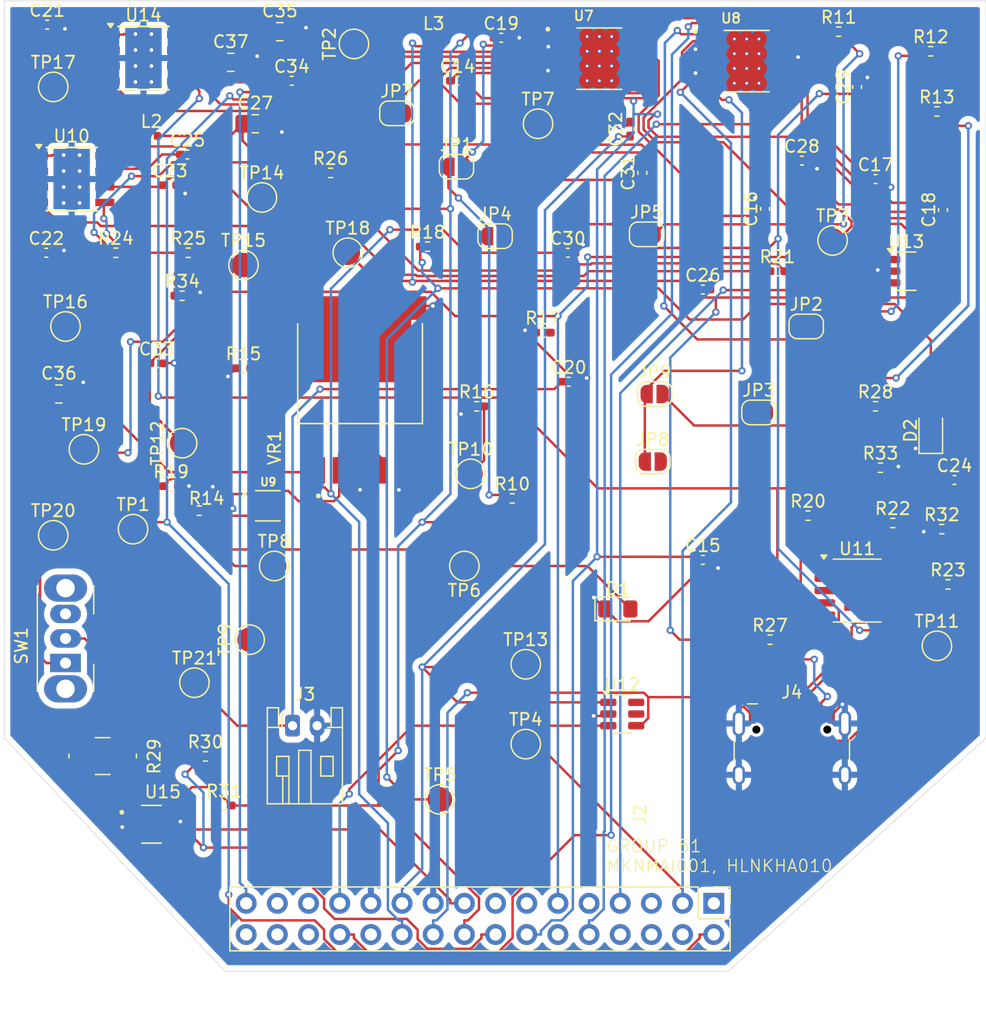
<source format=kicad_pcb>
(kicad_pcb (version 20241229) (generator "pcbnew") (generator_version "9.0")
  (layers (0 "F.Cu" signal) (2 "B.Cu" signal) (13 "F.Paste" user) (15 "B.Paste" user) (5 "F.SilkS" user "F.Silkscreen") (7 "B.SilkS" user "B.Silkscreen") (1 "F.Mask" user) (3 "B.Mask" user) (25 "Edge.Cuts" user))
  (net 0 "")
  (net 1 "BATT")
  (net 2 "Net-(U7-VCP)")
  (net 3 "GND")
  (net 4 "Net-(U7-VINT)")
  (net 5 "Net-(U8-VCP)")
  (net 6 "Net-(U8-VINT)")
  (net 7 "/Batt")
  (net 8 "HV")
  (net 9 "Net-(U10-VCC)")
  (net 10 "Net-(U11-GND)")
  (net 11 "Net-(U11-VBUS)")
  (net 12 "Net-(U10-BOOT)")
  (net 13 "Net-(U10-SW)")
  (net 14 "5V Out")
  (net 15 "3V3 Out")
  (net 16 "Net-(U14-VCC)")
  (net 17 "EXT_LOAD1_OUT")
  (net 18 "EXT_LOAD2_OUT")
  (net 19 "Net-(U14-SW)")
  (net 20 "Net-(U14-BOOT)")
  (net 21 "Net-(D1-A)")
  (net 22 "Net-(D2-A)")
  (net 23 "MOTOR3_CTRL2")
  (net 24 "CTRL_EXT_LOAD1")
  (net 25 "/USART2_RX")
  (net 26 "I2C1_SDA")
  (net 27 "/MOTOR2_CTRL2")
  (net 28 "Motor2_A_OUT")
  (net 29 "I2C1_SCL")
  (net 30 "/Motor4_B_OUT")
  (net 31 "/Motor2_B_OUT")
  (net 32 "/MOTOR4_CTRL1")
  (net 33 "MOTOR4_CTRL2")
  (net 34 "/MOTOR1_A_OUT")
  (net 36 "/MOTOR3_B_OUT")
  (net 37 "/MOTOR3_A_OUT")
  (net 38 "/USART2_TX")
  (net 39 "/MOTOR1_CTRL2")
  (net 40 "/MOTOR1_CTRL1")
  (net 41 "CTRL_EXT_LOAD2")
  (net 42 "Motor4_A_OUT")
  (net 43 "MOTOR1_B_OUT")
  (net 44 "/MOTOR2_CTRL1")
  (net 45 "/FAST_CHARGE_CTRL")
  (net 46 "/MOTOR3_CTRL1")
  (net 47 "Net-(J4-VBUS-PadA4)")
  (net 49 "Net-(J4-CC2)")
  (net 50 "Net-(U11-DP)")
  (net 51 "Net-(U11-DM)")
  (net 53 "Net-(JP1-A)")
  (net 54 "Net-(JP1-B)")
  (net 55 "Net-(JP2-B)")
  (net 56 "Net-(JP2-A)")
  (net 59 "Net-(JP5-A)")
  (net 60 "Net-(JP5-B)")
  (net 63 "Net-(JP8-A)")
  (net 64 "Net-(JP9-B)")
  (net 65 "Net-(U9-~{PG})")
  (net 66 "Net-(U9-ISET)")
  (net 67 "Net-(U9-ISET2)")
  (net 68 "Net-(U9-TS)")
  (net 69 "Net-(U9-~{CHG})")
  (net 70 "Net-(U9-PRETERM)")
  (net 71 "Net-(U10-PG)")
  (net 72 "Net-(U11-CFG1)")
  (net 73 "Net-(R23-Pad1)")
  (net 74 "Net-(U10-FB)")
  (net 75 "Net-(R25-Pad2)")
  (net 76 "Net-(U14-PG)")
  (net 77 "Net-(U14-FB)")
  (net 78 "Net-(R28-Pad2)")
  (net 79 "Net-(U15-VIN-)")
  (net 80 "Net-(SW1-B)")
  (net 81 "Net-(U15-VIN+)")
  (net 83 "Battery")
  (net 84 "MOTOR1_A_OUT ")
  (net 85 "MOTOR3_A_OUT ")
  (net 86 "Net-(U9-IN)")
  (net 87 "MOTOR1_CTRL2 ")
  (net 88 "MOTOR1_CTRL1 ")
  (net 89 "Motor2_B_OUT ")
  (net 90 "MOTOR2_CTRL1 ")
  (net 91 "MOTOR2_CTRL2 ")
  (net 92 "MOTOR3_CTRL1 ")
  (net 93 "MOTOR4_CTRL1 ")
  (net 94 "Motor4_B_OUT ")
  (net 95 "MOTOR3_B_OUT ")
  (footprint "TestPoint:TestPoint_Pad_D2.0mm" (layer "F.Cu") (at 121 103.5)
    (property "Reference" "TP1")
    (property "Value" "TestPoint")
  )
  (footprint "Resistor_SMD:R_0402_1005Metric_Pad0.72x0.64mm_HandSolder" (layer "F.Cu") (at 176 102.4025)
    (property "Reference" "R20")
    (property "Value" "1k")
  )
  (footprint "LED_SMD:LED_0805_2012Metric_Pad1.15x1.40mm_HandSolder" (layer "F.Cu") (at 160.5 110)
    (property "Reference" "D1")
    (property "Value" "LED")
  )
  (footprint "Jumper:SolderJumper-2_P1.3mm_Open_RoundedPad1.0x1.5mm" (layer "F.Cu") (at 150.5 79.65)
    (property "Reference" "JP4")
    (property "Value" "SolderJumper_2_Open")
  )
  (footprint "Capacitor_SMD:C_0402_1005Metric_Pad0.74x0.62mm_HandSolder" (layer "F.Cu") (at 151 63.5)
    (property "Reference" "C19")
    (property "Value" "2.2uF")
  )
  (footprint "Conveter:VREG_LM2596SX-5.0_NOPB" (layer "F.Cu") (at 139.5 92.17 90)
    (property "Reference" "VR1")
    (property "Value" "LM2596SX-5.0_NOPB")
  )
  (footprint "Resistor_SMD:R_0402_1005Metric_Pad0.72x0.64mm_HandSolder" (layer "F.Cu") (at 151.9025 101)
    (property "Reference" "R10")
    (property "Value" "10k")
  )
  (footprint "TestPoint:TestPoint_Pad_D2.0mm" (layer "F.Cu") (at 115.5 87)
    (property "Reference" "TP16")
    (property "Value" "TestPoint")
  )
  (footprint "Package_SO:SSOP-10-1EP_3.9x4.9mm_P1mm_EP2.1x3.3mm" (layer "F.Cu") (at 180 108.5)
    (property "Reference" "U11")
    (property "Value" "CH224K")
  )
  (footprint "Resistor_SMD:R_0402_1005Metric_Pad0.72x0.64mm_HandSolder" (layer "F.Cu") (at 173.5 82.5)
    (property "Reference" "R21")
    (property "Value" "100k")
  )
  (footprint "Package_TO_SOT_SMD:SOT-23-6" (layer "F.Cu") (at 160.8625 118.55)
    (property "Reference" "U12")
    (property "Value" "TPS22929D")
  )
  (footprint "Capacitor_SMD:C_0402_1005Metric_Pad0.74x0.62mm_HandSolder" (layer "F.Cu") (at 113.9325 81)
    (property "Reference" "C22")
    (property "Value" "220nF")
  )
  (footprint "Package_TO_SOT_SMD:SOT-23-6" (layer "F.Cu") (at 184 82.5)
    (property "Reference" "U13")
    (property "Value" "TPS22929D")
  )
  (footprint "TestPoint:TestPoint_Pad_D2.0mm" (layer "F.Cu") (at 132.5 106.5)
    (property "Reference" "TP8")
    (property "Value" "TestPoint")
  )
  (footprint "Capacitor_SMD:C_0402_1005Metric_Pad0.74x0.62mm_HandSolder" (layer "F.Cu") (at 147.4325 67)
    (property "Reference" "C14")
    (property "Value" "0.01uF")
  )
  (footprint "TestPoint:TestPoint_Pad_D2.0mm" (layer "F.Cu") (at 131.5 76.5)
    (property "Reference" "TP14")
    (property "Value" "TestPoint")
  )
  (footprint "Capacitor_SMD:C_0402_1005Metric_Pad0.74x0.62mm_HandSolder" (layer "F.Cu") (at 187 77.5 90)
    (property "Reference" "C18")
    (property "Value" "0.01uF")
  )
  (footprint "Capacitor_SMD:C_0402_1005Metric_Pad0.74x0.62mm_HandSolder" (layer "F.Cu") (at 167.4325 84)
    (property "Reference" "C26")
    (property "Value" "1uF")
  )
  (footprint "Capacitor_SMD:C_0402_1005Metric_Pad0.74x0.62mm_HandSolder" (layer "F.Cu") (at 156.4325 81)
    (property "Reference" "C30")
    (property "Value" "220nF")
  )
  (footprint "TestPoint:TestPoint_Pad_D2.0mm" (layer "F.Cu") (at 126 116)
    (property "Reference" "TP21")
    (property "Value" "TestPoint")
  )
  (footprint "Connector_USB:USB_C_Receptacle_HCTL_HC-TYPE-C-16P-01A" (layer "F.Cu") (at 174.68 122.425)
    (property "Reference" "J4")
    (property "Value" "USB_C_Receptacle_USB2.0_16P")
  )
  (footprint "TestPoint:TestPoint_Pad_D2.0mm" (layer "F.Cu") (at 114.5 104)
    (property "Reference" "TP20")
    (property "Value" "TestPoint")
  )
  (footprint "Resistor_SMD:R_0402_1005Metric_Pad0.72x0.64mm_HandSolder" (layer "F.Cu") (at 124.0975 100)
    (property "Reference" "R19")
    (property "Value" "10k")
  )
  (footprint "Capacitor_SMD:C_0805_2012Metric_Pad1.18x1.45mm_HandSolder" (layer "F.Cu") (at 128.9625 65.5)
    (property "Reference" "C37")
    (property "Value" "22uF")
  )
  (footprint "Package_SO:Texas_HSOP-8-1EP_3.9x4.9mm_P1.27mm_ThermalVias" (layer "F.Cu") (at 121.85 65.15)
    (property "Reference" "U14")
    (property "Value" "LMR33630ADDA")
  )
  (footprint "Resistor_SMD:R_0402_1005Metric_Pad0.72x0.64mm_HandSolder" (layer "F.Cu") (at 125 84.5)
    (property "Reference" "R34")
    (property "Value" "10k")
  )
  (footprint "Capacitor_SMD:C_0402_1005Metric_Pad0.74x0.62mm_HandSolder" (layer "F.Cu") (at 162.5 74.5 90)
    (property "Reference" "C31")
    (property "Value" "1uF")
  )
  (footprint "Jumper:SolderJumper-2_P1.3mm_Open_RoundedPad1.0x1.5mm" (layer "F.Cu") (at 147.35 74)
    (property "Reference" "JP1")
    (property "Value" "SolderJumper_2_Open")
  )
  (footprint "Resistor_SMD:R_0402_1005Metric_Pad0.72x0.64mm_HandSolder" (layer "F.Cu") (at 181.5 93.5)
    (property "Reference" "R28")
    (property "Value" "20k")
  )
  (footprint "Jumper:SolderJumper-2_P1.3mm_Open_RoundedPad1.0x1.5mm" (layer "F.Cu") (at 175.85 87)
    (property "Reference" "JP2")
    (property "Value" "SolderJumper_2_Open")
  )
  (footprint "Capacitor_SMD:C_0402_1005Metric_Pad0.74x0.62mm_HandSolder" (layer "F.Cu") (at 181.5 75)
    (property "Reference" "C17")
    (property "Value" "10uF")
  )
  (footprint "Button_Switch_THT:SW_Slide_SPDT_Angled_CK_OS102011MA1Q" (layer "F.Cu") (at 115.5 114.4 90)
    (property "Reference" "SW1")
    (property "Value" "SW_SPDT")
  )
  (footprint "Jumper:SolderJumper-2_P1.3mm_Open_RoundedPad1.0x1.5mm" (layer "F.Cu") (at 142.5 69.65)
    (property "Reference" "JP7")
    (property "Value" "SolderJumper_2_Open")
  )
  (footprint "Resistor_SMD:R_0402_1005Metric_Pad0.72x0.64mm_HandSolder" (layer "F.Cu") (at 186.9025 103.5)
    (property "Reference" "R32")
    (property "Value" "2k")
  )
  (footprint "Resistor_SMD:R_0402_1005Metric_Pad0.72x0.64mm_HandSolder" (layer "F.Cu") (at 186 64.5975)
    (property "Reference" "R12")
    (property "Value" "10k")
  )
  (footprint "Capacitor_SMD:C_0402_1005Metric_Pad0.74x0.62mm_HandSolder" (layer "F.Cu") (at 167.4325 106)
    (property "Reference" "C15")
    (property "Value" "10uF")
  )
  (footprint "TestPoint:TestPoint_Pad_D2.0mm" (layer "F.Cu") (at 146 125.5)
    (property "Reference" "TP5")
    (property "Value" "TestPoint")
  )
  (footprint "Resistor_SMD:R_0402_1005Metric_Pad0.72x0.64mm_HandSolder" (layer "F.Cu") (at 125.5 81)
    (property "Reference" "R25")
    (property "Value" "33k")
  )
  (footprint "TestPoint:TestPoint_Pad_D2.0mm" (layer "F.Cu") (at 178 80)
    (property "Reference" "TP3")
    (property "Value" "TestPoint")
  )
  (footprint "TestPoint:TestPoint_Pad_D2.0mm" (layer "F.Cu") (at 139 64 90)
    (property "Reference" "TP2")
    (property "Value" "TestPoint")
  )
  (footprint "Capacitor_SMD:C_0805_2012Metric_Pad1.18x1.45mm_HandSolder" (layer "F.Cu") (at 130.9625 70.5)
    (property "Reference" "C27")
    (property "Value" "22uF")
  )
  (footprint "Capacitor_SMD:C_0402_1005Metric_Pad0.74x0.62mm_HandSolder" (layer "F.Cu") (at 161.5 70.9325 90)
    (property "Reference" "C32")
    (property "Value" "10uF")
  )
  (footprint "Capacitor_SMD:C_0805_2012Metric_Pad1.18x1.45mm_HandSolder" (layer "F.Cu") (at 132.9625 63)
    (property "Reference" "C35")
    (property "Value" "22uF")
  )
  (footprint "Resistor_SMD:R_0402_1005Metric_Pad0.72x0.64mm_HandSolder" (layer "F.Cu") (at 187.4025 108)
    (property "Reference" "R23")
    (property "Value" "4.7k")
  )
  (footprint "Capacitor_SMD:C_0402_1005Metric_Pad0.74x0.62mm_HandSolder" (layer "F.Cu") (at 175.5 73.5)
    (property "Reference" "C28")
    (property "Value" "1uF")
  )
  (footprint "Package_SO:Texas_HSOP-8-1EP_3.9x4.9mm_P1.27mm_ThermalVias" (layer "F.Cu") (at 116 75)
    (property "Reference" "U10")
    (property "Value" "LMR33630ADDA")
  )
  (footprint "Jumper:SolderJumper-2_P1.3mm_Open_RoundedPad1.0x1.5mm" (layer "F.Cu") (at 172 94)
    (property "Reference" "JP3")
    (property "Value" "SolderJumper_2_Open")
  )
  (footprint "Resistor_SMD:R_Shunt_Ohmite_LVK20" (layer "F.Cu") (at 118.525 121.975 -90)
    (property "Reference" "R29")
    (property "Value" "3m")
  )
  (footprint "Resistor_SMD:R_0402_1005Metric_Pad0.72x0.64mm_HandSolder" (layer "F.Cu") (at 186.5 69.5)
    (property "Reference" "R13")
    (property "Value" "10k")
  )
  (footprint "TestPoint:TestPoint_Pad_D2.0mm" (layer "F.Cu") (at 153 121)
    (property "Reference" "TP4")
    (property "Value" "TestPoint")
  )
  (footprint "Resistor_SMD:R_0402_1005Metric_Pad0.72x0.64mm_HandSolder" (layer "F.Cu") (at 126.9025 122)
    (property "Reference" "R30")
    (property "Value" "4.7k")
  )
  (footprint "Resistor_SMD:R_0402_1005Metric_Pad0.72x0.64mm_HandSolder" (layer "F.Cu") (at 128.4025 126)
    (property "Reference" "R31")
    (property "Value" "4.7k")
  )
  (footprint "Resistor_SMD:R_0402_1005Metric_Pad0.72x0.64mm_HandSolder" (layer "F.Cu") (at 119.5975 81)
    (property "Reference" "R24")
    (property "Value" "100k")
  )
  (footprint "Resistor_SMD:R_0402_1005Metric_Pad0.72x0.64mm_HandSolder" (layer "F.Cu") (at 182.9025 103)
    (property "Reference" "R22")
    (property "Value" "10k")
  )
  (footprint "Resistor_SMD:R_0402_1005Metric_Pad0.72x0.64mm_HandSolder" (layer "F.Cu") (at 181.9025 98.5)
    (property "Reference" "R33")
    (property "Value" "4.7k")
  )
  (footprint "TestPoint:TestPoint_Pad_D2.0mm" (layer "F.Cu") (at 117 97)
    (property "Reference" "TP19")
    (property "Value" "TestPoint")
  )
  (footprint "DRV8833PWPR:IC_DRV8833PWPR" (layer "F.Cu") (at 171 65.4)
    (property "Reference" "U8")
    (property "Value" "DRV8833PWPR")
  )
  (footprint "TestPoint:TestPoint_Pad_D2.0mm" (layer "F.Cu") (at 130.5 112.5 90)
    (property "Reference" "TP9")
    (property "Value" "TestPoint")
  )
  (footprint "Inductor_SMD:L_0402_1005Metric" (layer "F.Cu") (at 145.5 63.515)
    (property "Reference" "L3")
    (property "Value" "1.5uH")
  )
  (footprint "TestPoint:TestPoint_Pad_D2.0mm" (layer "F.Cu") (at 138.5 81)
    (property "Reference" "TP18")
    (property "Value" "TestPoint")
  )
  (footprint "TestPoint:TestPoint_Pad_D2.0mm" (layer "F.Cu") (at 186.5 113)
    (property "Reference" "TP11")
    (property "Value" "TestPoint")
  )
  (footprint "Capacitor_SMD:C_0402_1005Metric_Pad0.74x0.62mm_HandSolder" (layer "F.Cu") (at 180 67.5 90)
    (property "Reference" "C29")
    (property "Value" "10uF")
  )
  (footprint "Capacitor_SMD:C_0402_1005Metric_Pad0.74x0.62mm_HandSolder" (layer "F.Cu") (at 124 75.5)
    (property "Reference" "C23")
    (property "Value" "1uF")
  )
  (footprint "TestPoint:TestPoint_Pad_D2.0mm" (layer "F.Cu") (at 148.5 99)
    (property "Reference" "TP10")
    (property "Value" "TestPoint")
  )
  (footprint "Capacitor_SMD:C_0402_1005Metric_Pad0.74x0.62mm_HandSolder" (layer "F.Cu") (at 125.4325 73)
    (property "Reference" "C25")
    (property "Value" "100nF")
  )
  (footprint "TestPoint:TestPoint_Pad_D2.0mm" (layer "F.Cu") (at 148 106.5 180)
    (property "Reference" "TP6")
    (property "Value" "TestPoint")
  )
  (footprint "Resistor_SMD:R_0402_1005Metric_Pad0.72x0.64mm_HandSolder" (layer "F.Cu") (at 172.9025 112.5)
    (property "Reference" "R27")
    (property "Value" "100k")
  )
  (footprint "Resistor_SMD:R_0402_1005Metric_Pad0.72x0.64mm_HandSolder" (layer "F.Cu") (at 154.4025 87.5)
    (property "Reference" "R17")
    (property "Value" "10k")
  )
  (footprint "Resistor_SMD:R_0402_1005Metric_Pad0.72x0.64mm_HandSolder" (layer "F.Cu") (at 145 80.5)
    (property "Reference" "R18")
    (property "Value" "1k")
  )
  (footprint "TestPoint:TestPoint_Pad_D2.0mm" (layer "F.Cu") (at 153 114.5)
    (property "Reference" "TP13")
    (property "Value" "TestPoint")
  )
  (footprint "Capacitor_SMD:C_0402_1005Metric_Pad0.74x0.62mm_HandSolder" (layer "F.Cu") (at 114 62.4325)
    (property "Reference" "C21")
    (property "Value" "10uF")
  )
  (footprint "Battery Charger:SON40P200X200X80-11N" (layer "F.Cu") (at 131.985 101.6)
    (property "Reference" "U9")
    (property "Value" "BQ24040DSQR")
  )
  (footprint "Resistor_SMD:R_0402_1005Metric_Pad0.72x0.64mm_HandSolder" (layer "F.Cu") (at 137.0975 74.5)
    (property "Reference" "R26")
    (property "Value" "100k")
  )
  (footprint "TestPoint:TestPoint_Pad_D2.0mm" (layer "F.Cu") (at 130 82)
    (property "Reference" "TP15")
    (property "Value" "TestPoint")
  )
  (footprint "Capacitor_SMD:C_0805_2012Metric_Pad1.18x1.45mm_HandSolder" (layer "F.Cu") (at 114.9625 92.5)
    (property "Reference" "C36")
    (property "Value" "22uF")
  )
  (footprint "Jumper:SolderJumper-2_P1.3mm_Open_RoundedPad1.0x1.5mm" (layer "F.Cu") (at 163.35 98)
    (property "Reference" "JP8")
    (property "Value" "SolderJumper_2_Open")
  )
  (footprint "Capacitor_SMD:C_0402_1005Metric_Pad0.74x0.62mm_HandSolder" (layer "F.Cu") (at 122.9325 90)
    (property "Reference" "C33")
    (property "Value" "10uF")
  )
  (footprint "Capacitor_SMD:C_0402_1005Metric_Pad0.74x0.62mm_HandSolder" (layer "F.Cu") (at 187.9325 99.5)
    (property "Reference" "C24")
    (property "Value" "1uF")
  )
  (footprint "Capacitor_SMD:C_0402_1005Metric_Pad0.74x0.62mm_HandSolder" (layer "F.Cu") (at 172.5 77.4325 90)
    (property "Reference" "C16")
    (property "Value" "2.2uF")
  )
  (footprint "DRV8833PWPR:IC_DRV8833PWPR" (layer "F.Cu") (at 159 65.2)
    (property "Reference" "U7")
    (property "Value" "DRV8833PWPR")
  )
  (footprint "Resistor_SMD:R_0402_1005Metric_Pad0.72x0.64mm_HandSolder" (layer "F.Cu") (at 126.4025 102)
    (property "Reference" "R14")
    (property "Value" "1k")
  )
  (footprint "Connector_JST:JST_PH_S2B-PH-K_1x02_P2.00mm_Horizontal" (layer "F.Cu") (at 134 119.5)
    (property "Reference" "J3")
    (property "Value" "Conn_01x02_Pin")
  )
  (footprint "Capacitor_SMD:C_0402_1005Metric_Pad0.74x0.62mm_HandSolder" (layer "F.Cu") (at 156.5 91.5)
    (property "Reference" "C20")
    (property "Value" "10uF")
  )
  (footprint "TestPoint:TestPoint_Pad_D2.0mm" (layer "F.Cu") (at 125 96.5 90)
    (property "Reference" "TP12")
    (property "Value" "TestPoint")
  )
  (footprint "Connector_PinHeader_2.54mm:PinHeader_2x16_P2.54mm_Vertical" (layer "F.Cu") (at 168.32 133.96 -90)
    (property "Reference" "J2")
    (property "Value" "Conn_02x16_Odd_Even")
  )
  (footprint "Resistor_SMD:R_0402_1005Metric_Pad0.72x0.64mm_HandSolder" (layer "F.Cu") (at 149 93.5)
    (property "Reference" "R16")
    (property "Value" "4.7k")
  )
  (footprint "Jumper:SolderJumper-2_P1.3mm_Open_RoundedPad1.0x1.5mm" (layer "F.Cu") (at 162.85 79.5)
    (property "Reference" "JP5")
    (property "Value" "SolderJumper_2_Open")
  )
  (footprint "INA219BIDCNR:SOT65P280X145-8N" (layer "F.Cu") (at 122.5 127.525)
    (property "Reference" "U15")
    (property "Value" "INA219BIDCNR")
  )
  (footprint "Resistor_SMD:R_0402_1005Metric_Pad0.72x0.64mm_HandSolder" (layer "F.Cu") (at 130 90.4025)
    (property "Reference" "R15")
    (property "Value" "2k")
  )
  (footprint "TestPoint:TestPoint_Pad_D2.0mm" (layer "F.Cu") (at 154 70.5)
    (property "Reference" "TP7")
    (property "Value" "TestPoint")
  )
  (footprint "Jumper:SolderJumper-2_P1.3mm_Open_RoundedPad1.0x1.5mm" (layer "F.Cu") (at 163.5 92.5)
    (property "Reference" "JP9")
    (property "Value" "SolderJumper_2_Open")
  )
  (footprint "Capacitor_SMD:C_0402_1005Metric_Pad0.74x0.62mm_HandSolder" (layer "F.Cu") (at 133.9325 67)
    (property "Reference" "C34")
    (property "Value" "100nF")
  )
  (footprint "Resistor_SMD:R_0402_1005Metric_Pad0.72x0.64mm_HandSolder" (layer "F.Cu") (at 178.5 63)
    (property "Reference" "R11")
    (property "Value" "10k")
  )
  (footprint "Inductor_SMD:L_0402_1005Metric" (layer "F.Cu") (at 122.5 71.485)
    (property "Reference" "L2")
    (property "Value" "1.2uH")
  )
  (footprint "LED_SMD:LED_0805_2012Metric_Pad1.15x1.40mm_HandSolder" (layer "F.Cu") (at 186 95.475 90)
    (property "Reference" "D2")
    (property "Value" "LED")
  )
  (footprint "TestPoint:TestPoint_Pad_D2.0mm" (layer "F.Cu") (at 114.5 67.5)
    (property "Reference" "TP17")
    (property "Value" "TestPoint")
  )
  (gr_line (start 169.5 139.5) (end 128.5 139.5) (stroke (width 0.05)) (layer "Edge.Cuts"))
  (gr_line (start 190.5 60.5) (end 190.5 120.5) (stroke (width 0.05)) (layer "Edge.Cuts"))
  (gr_line (start 110.5 60.5) (end 110.5 120.5) (stroke (width 0.05)) (layer "Edge.Cuts"))
  (gr_line (start 110.5 120.5) (end 128.5 139.5) (stroke (width 0.05)) (layer "Edge.Cuts"))
  (gr_line (start 190.5 120.5) (end 169.5 139.5) (stroke (width 0.05)) (layer "Edge.Cuts"))
  (gr_line (start 110.5 60.5) (end 190.5 60.5) (stroke (width 0.05)) (layer "Edge.Cuts"))
  (gr_text "GROUP 51\nMKNMAI001, HLNKHA010" (at 159.5 131.5 0) (layer "F.SilkS") (effects (font (size 1 1) (thickness 0.1)) (justify left bottom)))
  (segment (start 161.7837 68.4153) (end 161.7837 68.6552) (width 0.2) (layer "F.Cu") (net 1))
  (segment (start 187.6357 78.4696) (end 187.3665 78.7388) (width 0.2) (layer "F.Cu") (net 1))
  (segment (start 175.7068 71.5596) (end 163.759 71.5596) (width 0.2) (layer "F.Cu") (net 1))
  (segment (start 166.6143 105.7493) (end 158.8148 105.7493) (width 0.2) (layer "F.Cu") (net 1))
  (segment (start 175.9582 67.0525) (end 175.9582 70.0257) (width 0.2) (layer "F.Cu") (net 1))
  (segment (start 163.0012 70.8018) (end 163.0012 70.2346) (width 0.2) (layer "F.Cu") (net 1))
  (segment (start 166.865 106) (end 166.6143 105.7493) (width 0.2) (layer "F.Cu") (net 1))
  (segment (start 187.3665 78.7388) (end 185.1986 78.7388) (width 0.2) (layer "F.Cu") (net 1))
  (segment (start 174.6307 65.725) (end 175.9582 67.0525) (width 0.2) (layer "F.Cu") (net 1))
  (segment (start 175.9582 70.0257) (end 180.9325 75) (width 0.2) (layer "F.Cu") (net 1))
  (segment (start 185.1986 78.7388) (end 184.6477 78.1879) (width 0.2) (layer "F.Cu") (net 1))
  (segment (start 149.4153 68.4153) (end 148 67) (width 0.2) (layer "F.Cu") (net 1))
  (segment (start 162.621 65.525) (end 163.4053 66.3093) (width 0.2) (layer "F.Cu") (net 1))
  (segment (start 162.9102 68.4153) (end 161.7837 68.4153) (width 0.2) (layer "F.Cu") (net 1))
  (segment (start 163.5193 69.7165) (end 163.7318 69.7165) (width 0.2) (layer "F.Cu") (net 1))
  (segment (start 182.3351 78.1879) (end 175.7068 71.5596) (width 0.2) (layer "F.Cu") (net 1))
  (segment (start 163.4053 67.9202) (end 162.9102 68.4153) (width 0.2) (layer "F.Cu") (net 1))
  (segment (start 173.9 65.725) (end 174.6307 65.725) (width 0.2) (layer "F.Cu") (net 1))
  (segment (start 182.865 76.9325) (end 180.9325 75) (width 0.2) (layer "F.Cu") (net 1))
  (segment (start 187 76.9325) (end 182.865 76.9325) (width 0.2) (layer "F.Cu") (net 1))
  (segment (start 187 76.9325) (end 187.6357 77.5682) (width 0.2) (layer "F.Cu") (net 1))
  (segment (start 187.6357 77.5682) (end 187.6357 78.4696) (width 0.2) (layer "F.Cu") (net 1))
  (segment (start 161.7837 68.4153) (end 149.4153 68.4153) (width 0.2) (layer "F.Cu") (net 1))
  (segment (start 163.0012 70.2346) (end 163.5193 69.7165) (width 0.2) (layer "F.Cu") (net 1))
  (segment (start 163.759 71.5596) (end 163.0012 70.8018) (width 0.2) (layer "F.Cu") (net 1))
  (segment (start 184.6477 78.1879) (end 182.3351 78.1879) (width 0.2) (layer "F.Cu") (net 1))
  (segment (start 163.4053 66.3093) (end 163.4053 67.9202) (width 0.2) (layer "F.Cu") (net 1))
  (segment (start 161.9 65.525) (end 162.621 65.525) (width 0.2) (layer "F.Cu") (net 1))
  (via (at 161.7837 68.6552) (size 0.6) (drill 0.3) (layers "F.Cu" "B.Cu") (net 1))
  (via (at 163.7318 69.7165) (size 0.6) (drill 0.3) (layers "F.Cu" "B.Cu") (net 1))
  (via (at 158.8148 105.7493) (size 0.6) (drill 0.3) (layers "F.Cu" "B.Cu") (net 1))
  (segment (start 156.837 107.7271) (end 158.8148 105.7493) (width 0.2) (layer "B.Cu") (net 1))
  (segment (start 156.837 134.4313) (end 156.837 107.7271) (width 0.2) (layer "B.Cu") (net 1))
  (segment (start 163.7318 69.7165) (end 161.7837 69.7165) (width 0.2) (layer "B.Cu") (net 1))
  (segment (start 158.8148 74.2201) (end 161.7837 71.2512) (width 0.2) (layer "B.Cu") (net 1))
  (segment (start 154.2317 136.5) (end 154.2317 136.212) (width 0.2) (layer "B.Cu") (net 1))
  (segment (start 153.08 136.5) (end 154.2317 136.5) (width 0.2) (layer "B.Cu") (net 1))
  (segment (start 161.7837 69.7165) (end 161.7837 68.6552) (width 0.2) (layer "B.Cu") (net 1))
  (segment (start 158.8148 105.7493) (end 158.8148 74.2201) (width 0.2) (layer "B.Cu") (net 1))
  (segment (start 155.0954 135.3483) (end 155.92 135.3483) (width 0.2) (layer "B.Cu") (net 1))
  (segment (start 155.92 135.3483) (end 156.837 134.4313) (width 0.2) (layer "B.Cu") (net 1))
  (segment (start 161.7837 71.2512) (end 161.7837 69.7165) (width 0.2) (layer "B.Cu") (net 1))
  (segment (start 154.2317 136.212) (end 155.0954 135.3483) (width 0.2) (layer "B.Cu") (net 1))
  (segment (start 163.0036 67.7465) (end 163.0036 66.5088) (width 0.2) (layer "F.Cu") (net 2))
  (segment (start 153.1608 68.0121) (end 162.738 68.0121) (width 0.2) (layer "F.Cu") (net 2))
  (segment (start 146.865 67) (end 147.4955 66.3695) (width 0.2) (layer "F.Cu") (net 2))
  (segment (start 162.6698 66.175) (end 161.9 66.175) (width 0.2) (layer "F.Cu") (net 2))
  (segment (start 151.5182 66.3695) (end 153.1608 68.0121) (width 0.2) (layer "F.Cu") (net 2))
  (segment (start 147.4955 66.3695) (end 151.5182 66.3695) (width 0.2) (layer "F.Cu") (net 2))
  (segment (start 163.0036 66.5088) (end 162.6698 66.175) (width 0.2) (layer "F.Cu") (net 2))
  (segment (start 162.738 68.0121) (end 163.0036 67.7465) (width 0.2) (layer "F.Cu") (net 2))
  (segment (start 182.735 75.6675) (end 182.0675 75) (width 0.2) (layer "F.Cu") (net 3))
  (segment (start 153.805 87.5) (end 153.6163 87.3113) (width 0.2) (layer "F.Cu") (net 3))
  (segment (start 168 106) (end 162.999 111.001) (width 0.2) (layer "F.Cu") (net 3))
  (segment (start 130.5045 64.9955) (end 130 65.5) (width 0.2) (layer "F.Cu") (net 3))
  (segment (start 120.2717 63.2) (end 120.2267 63.245) (width 0.2) (layer "F.Cu") (net 3))
  (segment (start 134.3235 62.6765) (end 134 63) (width 0.2) (layer "F.Cu") (net 3))
  (segment (start 116.9453 91.5547) (end 116 92.5) (width 0.2) (layer "F.Cu") (net 3))
  (segment (start 121.1507 127.7557) (end 121.245 127.85) (width 0.2) (layer "F.Cu") (net 3))
  (segment (start 116.65 75.65) (end 116 75) (width 0.2) (layer "F.Cu") (net 3))
  (segment (start 185.5756 96.9244) (end 186 96.5) (width 0.2) (layer "F.Cu") (net 3))
  (segment (start 126.4746 84.224) (end 125.8735 84.224) (width 0.2) (layer "F.Cu") (net 3))
  (segment (start 139.6679 85.3321) (end 145.4311 85.3321) (width 0.2) (layer "F.Cu") (net 3))
  (segment (start 124.8619 127.3053) (end 123.8603 127.3053) (width 0.2) (layer "F.Cu") (net 3))
  (segment (start 114.6893 80.8107) (end 114.5 81) (width 0.2) (layer "F.Cu") (net 3))
  (segment (start 170.36 119.32) (end 170.36 117.9683) (width 0.2) (layer "F.Cu") (net 3))
  (segment (start 168.1 66.375) (end 166.8306 66.375) (width 0.2) (layer "F.Cu") (net 3))
  (segment (start 180.2066 66.7259) (end 180.8378 66.7259) (width 0.2) (layer "F.Cu") (net 3))
  (segment (start 181.6826 82.3987) (end 182.7612 82.3987) (width 0.2) (layer "F.Cu") (net 3))
  (segment (start 182.5971 98.4029) (end 182.5 98.5) (width 0.2) (layer "F.Cu") (net 3))
  (segment (start 157.3686 91.1989) (end 157.0675 91.5) (width 0.2) (layer "F.Cu") (net 3))
  (segment (start 147.7702 94.1323) (end 148.4025 93.5) (width 0.2) (layer "F.Cu") (net 3))
  (segment (start 139.5 85.5) (end 139.6679 85.3321) (width 0.2) (layer "F.Cu") (net 3))
  (segment (start 124.3714 89.9758) (end 123.5242 89.9758) (width 0.2) (layer "F.Cu") (net 3))
  (segment (start 157.9636 91.1989) (end 157.3686 91.1989) (width 0.2) (layer "F.Cu") (net 3))
  (segment (start 154.8433 64.225) (end 156.1 64.225) (width 0.2) (layer "F.Cu") (net 3))
  (segment (start 186.0948 103.7102) (end 186.305 103.5) (width 0.2) (layer "F.Cu") (net 3))
  (segment (start 153.805 88.2375) (end 157.0675 91.5) (width 0.2) (layer "F.Cu") (net 3))
  (segment (start 121.2 63.2) (end 120.2717 63.2) (width 0.2) (layer "F.Cu") (net 3))
  (segment (start 115.3735 80.8107) (end 114.6893 80.8107) (width 0.2) (layer "F.Cu") (net 3))
  (segment (start 183.3624 98.4029) (end 182.5971 98.4029) (width 0.2) (layer "F.Cu") (net 3))
  (segment (start 170.36 117.9683) (end 170.7683 117.9683) (width 0.2) (layer "F.Cu") (net 3))
  (segment (start 161.1999 70.6651) (end 161.5 70.365) (width 0.2) (layer "F.Cu") (net 3))
  (segment (start 156.1 66.175) (end 154.8106 66.175) (width 0.2) (layer "F.Cu") (net 3))
  (segment (start 125.5608 99.9864) (end 124.7086 99.9864) (width 0.2) (layer "F.Cu") (net 3))
  (segment (start 161.6543 74.0121) (end 162.4204 74.0121) (width 0.2) (layer "F.Cu") (net 3))
  (segment (start 120.1224 127.7557) (end 121.1507 127.7557) (width 0.2) (layer "F.Cu") (net 3))
  (segment (start 162.999 111.001) (end 160.476 111.001) (width 0.2) (layer "F.Cu") (net 3))
  (segment (start 139.5 98.715) (end 139.5 100.2972) (width 0.2) (layer "F.Cu") (net 3))
  (segment (start 115.4555 62.7723) (end 114.9073 62.7723) (width 0.2) (layer "F.Cu") (net 3))
  (segment (start 153.6163 87.3113) (end 152.9409 87.3113) (width 0.2) (layer "F.Cu") (net 3))
  (segment (start 157 81) (end 157.6702 80.3298) (width 0.2) (layer "F.Cu") (net 3))
  (segment (start 142.9 98.715) (end 142.9 100.0967) (width 0.2) (layer "F.Cu") (net 3))
  (segment (start 124.7086 99.9864) (end 124.695 100) (width 0.2) (layer "F.Cu") (net 3))
  (segment (start 135.0923 62.6765) (end 134.3235 62.6765) (width 0.2) (layer "F.Cu") (net 3))
  (segment (start 128.7305 91.0745) (end 129.4025 90.4025) (width 0.2) (layer "F.Cu") (net 3))
  (segment (start 114.4217 73.05) (end 114.3767 73.095) (width 0.2) (layer "F.Cu") (net 3))
  (segment (start 114.9073 62.7723) (end 114.5675 62.4325) (width 0.2) (layer "F.Cu") (net 3))
  (segment (start 119.15 63.245) (end 120.2267 63.245) (width 0.2) (layer "F.Cu") (net 3))
  (segment (start 168.1 64.425) (end 166.8315 64.425) (width 0.2) (layer "F.Cu") (net 3))
  (segment (start 176.0675 73.5) (end 176.7296 74.1621) (width 0.2) (layer "F.Cu") (net 3))
  (segment (start 132.675 71.175) (end 132 70.5) (width 0.2) (layer "F.Cu") (net 3))
  (segment (start 182.7612 82.3987) (end 182.8625 82.5) (width 0.2) (layer "F.Cu") (net 3))
  (segment (start 158.537 109.062) (end 159.475 110) (width 0.2) (layer "F.Cu") (net 3))
  (segment (start 131.1158 64.9955) (end 130.5045 64.9955) (width 0.2) (layer "F.Cu") (net 3))
  (segment (start 185.4252 103.7102) (end 186.0948 103.7102) (width 0.2) (layer "F.Cu") (net 3))
  (segment (start 168 83.1875) (end 168 84) (width 0.2) (layer "F.Cu") (net 3))
  (segment (start 170.7683 117.9683) (end 171.48 118.68) (width 0.2) (layer "F.Cu") (net 3))
  (segment (start 184.7654 96.9244) (end 185.5756 96.9244) (width 0.2) (layer "F.Cu") (net 3))
  (segment (start 172.1669 76.5319) (end 172.5 76.865) (width 0.2) (layer "F.Cu") (net 3))
  (segment (start 168 106) (end 168.6699 106.6699) (width 0.2) (layer "F.Cu") (net 3))
  (segment (start 178.7997 117.7603) (end 177.88 118.68) (width 0.2) (layer "F.Cu") (net 3))
  (segment (start 123.8603 127.3053) (end 123.755 127.2) (width 0.2) (layer "F.Cu") (net 3))
  (segment (start 153.805 87.5) (end 153.805 88.2375) (width 0.2) (layer "F.Cu") (net 3))
  (segment (start 113.3 73.095) (end 114.3767 73.095) (width 0.2) (layer "F.Cu") (net 3))
  (segment (start 160.476 111.001) (end 159.475 110) (width 0.2) (layer "F.Cu") (net 3))
  (segment (start 180 66.9325) (end 180.2066 66.7259) (width 0.2) (layer "F.Cu") (net 3))
  (segment (start 133.1237 71.175) (end 132.675 71.175) (width 0.2) (layer "F.Cu") (net 3))
  (segment (start 124.5675 75.5) (end 125.2447 76.1772) (width 0.2) (layer "F.Cu") (net 3))
  (segment (start 142.9 100.0967) (end 142.8713 100.0967) (width 0.2) (layer "F.Cu") (net 3))
  (segment (start 175.1898 65.075) (end 173.9 65.075) (width 0.2) (layer "F.Cu") (net 3))
  (segment (start 159.5731 118.7019) (end 159.725 118.55) (width 0.2) (layer "F.Cu") (net 3))
  (segment (start 123.5242 89.9758) (end 123.5 90) (width 0.2) (layer "F.Cu") (net 3))
  (segment (start 171.6655 76.5319) (end 172.1669 76.5319) (width 0.2) (layer "F.Cu") (net 3))
  (segment (start 147.7249 94.1323) (end 147.7702 94.1323) (width 0.2) (layer "F.Cu") (net 3))
  (segment (start 115.35 73.05) (end 114.4217 73.05) (width 0.2) (layer "F.Cu") (net 3))
  (segment (start 160.676 70.6651) (end 161.1999 70.6651) (width 0.2) (layer "F.Cu") (net 3))
  (segment (start 142.8713 100.0967) (end 142.6617 100.3063) (width 0.2) (layer "F.Cu") (net 3))
  (segment (start 162.4204 74.0121) (end 162.5 73.9325) (width 0.2) (layer "F.Cu") (net 3))
  (segment (start 122.5 65.8) (end 121.85 65.15) (width 0.2) (layer "F.Cu") (net 3))
  (segment (start 125.8735 84.224) (end 125.5975 84.5) (width 0.2) (layer "F.Cu") (net 3))
  (segment (start 151.5675 63.5) (end 152.47 63.5) (width 0.2) (layer "F.Cu") (net 3))
  (segment (start 158.5279 118.7019) (end 159.5731 118.7019) (width 0.2) (layer "F.Cu") (net 3))
  (via (at 126.4746 84.224) (size 0.6) (drill 0.3) (layers "F.Cu" "B.Cu") (net 3))
  (via (at 125.5608 99.9864) (size 0.6) (drill 0.3) (layers "F.Cu" "B.Cu") (net 3))
  (via (at 125.2447 76.1772) (size 0.6) (drill 0.3) (layers "F.Cu" "B.Cu") (net 3))
  (via (at 133.1237 71.175) (size 0.6) (drill 0.3) (layers "F.Cu" "B.Cu") (net 3))
  (via (at 157.6702 80.3298) (size 0.6) (drill 0.3) (layers "F.Cu" "B.Cu") (net 3))
  (via (at 168 83.1875) (size 0.6) (drill 0.3) (layers "F.Cu" "B.Cu") (net 3))
  (via (at 184.7654 96.9244) (size 0.6) (drill 0.3) (layers "F.Cu" "B.Cu") (net 3))
  (via (at 154.8106 66.175) (size 0.6) (drill 0.3) (layers "F.Cu" "B.Cu") (net 3))
  (via (at 175.1898 65.075) (size 0.6) (drill 0.3) (layers "F.Cu" "B.Cu") (net 3))
  (via (at 139.5 100.2972) (size 0.6) (drill 0.3) (layers "F.Cu" "B.Cu") (net 3))
  (via (at 171.6655 76.5319) (size 0.6) (drill 0.3) (layers "F.Cu" "B.Cu") (net 3))
  (via (at 183.3624 98.4029) (size 0.6) (drill 0.3) (layers "F.Cu" "B.Cu") (net 3))
  (via (at 166.8306 66.375) (size 0.6) (drill 0.3) (layers "F.Cu" "B.Cu") (net 3))
  (via (at 124.3714 89.9758) (size 0.6) (drill 0.3) (layers "F.Cu" "B.Cu") (net 3))
  (via (at 147.7249 94.1323) (size 0.6) (drill 0.3) (layers "F.Cu" "B.Cu") (net 3))
  (via (at 131.1158 64.9955) (size 0.6) (drill 0.3) (layers "F.Cu" "B.Cu") (net 3))
  (via (at 145.4311 85.3321) (size 0.6) (drill 0.3) (layers "F.Cu" "B.Cu") (net 3))
  (via (at 115.4555 62.7723) (size 0.6) (drill 0.3) (layers "F.Cu" "B.Cu") (net 3))
  (via (at 124.8619 127.3053) (size 0.6) (drill 0.3) (layers "F.Cu" "B.Cu") (net 3))
  (via (at 157.9636 91.1989) (size 0.6) (drill 0.3) (layers "F.Cu" "B.Cu") (net 3))
  (via (at 185.4252 103.7102) (size 0.6) (drill 0.3) (layers "F.Cu" "B.Cu") (net 3))
  (via (at 135.0923 62.6765) (size 0.6) (drill 0.3) (layers "F.Cu" "B.Cu") (net 3))
  (via (at 116.9453 91.5547) (size 0.6) (drill 0.3) (layers "F.Cu" "B.Cu") (net 3))
  (via (at 168.6699 106.6699) (size 0.6) (drill 0.3) (layers "F.Cu" "B.Cu") (net 3))
  (via (at 160.676 70.6651) (size 0.6) (drill 0.3) (layers "F.Cu" "B.Cu") (net 3))
  (via (at 182.735 75.6675) (size 0.6) (drill 0.3) (layers "F.Cu" "B.Cu") (net 3))
  (via (at 166.8315 64.425) (size 0.6) (drill 0.3) (layers "F.Cu" "B.Cu") (net 3))
  (via (at 154.8433 64.225) (size 0.6) (drill 0.3) (layers "F.Cu" "B.Cu") (net 3))
  (via (at 152.47 63.5) (size 0.6) (drill 0.3) (layers "F.Cu" "B.Cu") (net 3))
  (via (at 181.6826 82.3987) (size 0.6) (drill 0.3) (layers "F.Cu" "B.Cu") (net 3))
  (via (at 152.9409 87.3113) (size 0.6) (drill 0.3) (layers "F.Cu" "B.Cu") (net 3))
  (via (at 158.537 109.062) (size 0.6) (drill 0.3) (layers "F.Cu" "B.Cu") (net 3))
  (via (at 128.7305 91.0745) (size 0.6) (drill 0.3) (layers "F.Cu" "B.Cu") (net 3))
  (via (at 176.7296 74.1621) (size 0.6) (drill 0.3) (layers "F.Cu" "B.Cu") (net 3))
  (via (at 115.3735 80.8107) (size 0.6) (drill 0.3) (layers "F.Cu" "B.Cu") (net 3))
  (via (at 178.7997 117.7603) (size 0.6) (drill 0.3) (layers "F.Cu" "B.Cu") (net 3))
  (via (at 142.6617 100.3063) (size 0.6) (drill 0.3) (layers "F.Cu" "B.Cu") (net 3))
  (via (at 120.1224 127.7557) (size 0.6) (drill 0.3) (layers "F.Cu" "B.Cu") (net 3))
  (via (at 161.6543 74.0121) (size 0.6) (drill 0.3) (layers "F.Cu" "B.Cu") (net 3))
  (via (at 158.5279 118.7019) (size 0.6) (drill 0.3) (layers "F.Cu" "B.Cu") (net 3))
  (via (at 180.8378 66.7259) (size 0.6) (drill 0.3) (layers "F.Cu" "B.Cu") (net 3))
  (segment (start 163.8305 65.3915) (end 163.8305 68.1798) (width 0.2) (layer "F.Cu") (net 4))
  (segment (start 161.9 64.225) (end 162.664 64.225) (width 0.2) (layer "F.Cu") (net 4))
  (segment (start 162.664 64.225) (end 163.8305 65.3915) (width 0.2) (layer "F.Cu") (net 4))
  (segment (start 169.0634 78) (end 172.5 78) (width 0.2) (layer "F.Cu") (net 4))
  (segment (start 162.1978 69.8125) (end 162.1978 71.1344) (width 0.2) (layer "F.Cu") (net 4))
  (segment (start 163.8305 68.1798) (end 162.1978 69.8125) (width 0.2) (layer "F.Cu") (net 4))
  (segment (start 162.1978 71.1344) (end 169.0634 78) (width 0.2) (layer "F.Cu") (net 4))
  (segment (start 182.5461 77.6658) (end 175.4812 70.6009) (width 0.2) (layer "F.Cu") (net 5))
  (segment (start 174.631 66.375) (end 173.9 66.375) (width 0.2) (layer "F.Cu") (net 5))
  (segment (start 175.4812 67.2252) (end 174.631 66.375) (width 0.2) (layer "F.Cu") (net 5))
  (segment (start 175.4812 70.6009) (end 175.4812 67.2252) (width 0.2) (layer "F.Cu") (net 5))
  (segment (start 186.5983 77.6658) (end 182.5461 77.6658) (width 0.2) (layer "F.Cu") (net 5))
  (segment (start 187 78.0675) (end 186.5983 77.6658) (width 0.2) (layer "F.Cu") (net 5))
  (segment (start 150.4325 63.5) (end 152.0305 61.902) (width 0.2) (layer "F.Cu") (net 6))
  (segment (start 174.631 64.425) (end 173.9 64.425) (width 0.2) (layer "F.Cu") (net 6))
  (segment (start 175.4075 62.6349) (end 175.4075 63.6485) (width 0.2) (layer "F.Cu") (net 6))
  (segment (start 175.4075 63.6485) (end 174.631 64.425) (width 0.2) (layer "F.Cu") (net 6))
  (segment (start 174.6746 61.902) (end 175.4075 62.6349) (width 0.2) (layer "F.Cu") (net 6))
  (segment (start 152.0305 61.902) (end 174.6746 61.902) (width 0.2) (layer "F.Cu") (net 6))
  (segment (start 134 119.5) (end 129.5 119.5) (width 0.2) (layer "F.Cu") (net 7))
  (segment (start 129.5 119.5) (end 126 116) (width 0.2) (layer "F.Cu") (net 7))
  (segment (start 120.5 120.95) (end 122.0767 120.95) (width 0.2) (layer "F.Cu") (net 7))
  (segment (start 122.0767 120.95) (end 122.0767 119.9233) (width 0.2) (layer "F.Cu") (net 7))
  (segment (start 155.3297 92.1028) (end 136.2333 92.1028) (width 0.2) (layer "F.Cu") (net 7))
  (segment (start 122.0767 119.9233) (end 126 116) (width 0.2) (layer "F.Cu") (net 7))
  (segment (start 155.9325 91.5) (end 155.3297 92.1028) (width 0.2) (layer "F.Cu") (net 7))
  (via (at 136.2333 92.1028) (size 0.6) (drill 0.3) (layers "F.Cu" "B.Cu") (net 7))
  (segment (start 134 94.3361) (end 134 119.5) (width 0.2) (layer "B.Cu") (net 7))
  (segment (start 136.2333 92.1028) (end 134 94.3361) (width 0.2) (layer "B.Cu") (net 7))
  (segment (start 136.1 99.4058) (end 135.5556 98.8614) (width 0.2) (layer "F.Cu") (net 8))
  (segment (start 119.0121 93.9032) (end 113.7335 93.9032) (width 0.2) (layer "F.Cu") (net 8))
  (segment (start 180.2044 111.7327) (end 182.6375 111.7327) (width 0.2) (layer "F.Cu") (net 8))
  (segment (start 113.0126 93.1823) (end 113.0126 89.4874) (width 0.2) (layer "F.Cu") (net 8))
  (segment (start 113.0126 89.4874) (end 115.5 87) (width 0.2) (layer "F.Cu") (net 8))
  (segment (start 112.2233 74.365) (end 112.2233 69.7767) (width 0.2) (layer "F.Cu") (net 8))
  (segment (start 135.5556 98.8614) (end 135.5556 98.8613) (width 0.2) (layer "F.Cu") (net 8))
  (segment (start 182.6375 113) (end 182.6375 111.7327) (width 0.2) (layer "F.Cu") (net 8))
  (segment (start 154 70.5) (end 156.3365 72.8365) (width 0.2) (layer "F.Cu") (net 8))
  (segment (start 159.9927 78.6749) (end 161.922 80.6042) (width 0.2) (layer "F.Cu") (net 8))
  (segment (start 176.9408 68.0675) (end 176.9195 68.0462) (width 0.2) (layer "F.Cu") (net 8))
  (segment (start 186.5 113) (end 182.6375 113) (width 0.2) (layer "F.Cu") (net 8))
  (segment (start 173.43 119.4267) (end 175.1363 121.133) (width 0.2) (layer "F.Cu") (net 8))
  (segment (start 119.15 65.785) (end 116.215 65.785) (width 0.2) (layer "F.Cu") (net 8))
  (segment (start 163.1318 73.5306) (end 163.1318 75.5358) (width 0.2) (layer "F.Cu") (net 8))
  (segment (start 113.4325 62.4325) (end 115.515 64.515) (width 0.2) (layer "F.Cu") (net 8))
  (segment (start 146.2515 79.1201) (end 148.1314 81) (width 0.2) (layer "F.Cu") (net 8))
  (segment (start 158.1901 78.6749) (end 155.865 81) (width 0.2) (layer "F.Cu") (net 8))
  (segment (start 180 68.0675) (end 176.9408 68.0675) (width 0.2) (layer "F.Cu") (net 8))
  (segment (start 113.7335 93.9032) (end 113.0126 93.1823) (width 0.2) (layer "F.Cu") (net 8))
  (segment (start 172.8125 80.6042) (end 173.5577 79.859) (width 0.2) (layer "F.Cu") (net 8))
  (segment (start 156.3365 72.8365) (end 162.4377 72.8365) (width 0.2) (layer "F.Cu") (net 8))
  (segment (start 159.9927 78.6749) (end 158.1901 78.6749) (width 0.2) (layer "F.Cu") (net 8))
  (segment (start 115.5 83.135) (end 113.365 81) (width 0.2) (layer "F.Cu") (net 8))
  (segment (start 182.6375 111.7327) (end 182.6375 110.5) (width 0.2) (layer "F.Cu") (net 8))
  (segment (start 182.6375 117.9512) (end 182.6375 113) (width 0.2) (layer "F.Cu") (net 8))
  (segment (start 136.1 99.4058) (end 136.1 100.0967) (width 0.2) (layer "F.Cu") (net 8))
  (segment (start 173.43 118.68) (end 173.43 119.4267) (width 0.2) (layer "F.Cu") (net 8))
  (segment (start 112.2233 69.7767) (end 114.5 67.5) (width 0.2) (layer "F.Cu") (net 8))
  (segment (start 113.3 75.635) (end 113.3 74.365) (width 0.2) (layer "F.Cu") (net 8))
  (segment (start 115.5 87) (end 115.5 83.135) (width 0.2) (layer "F.Cu") (net 8))
  (segment (start 113.3 74.365) (end 112.2233 74.365) (width 0.2) (layer "F.Cu") (net 8))
  (segment (start 116.215 65.785) (end 114.5 67.5) (width 0.2) (layer "F.Cu") (net 8))
  (segment (start 136.6031 100.0967) (end 137.1272 100.6208) (width 0.2) (layer "F.Cu") (net 8))
  (segment (start 148.1314 81) (end 155.865 81) (width 0.2) (layer "F.Cu") (net 8))
  (segment (start 141.9344 79.1201) (end 146.2515 79.1201) (width 0.2) (layer "F.Cu") (net 8))
  (segment (start 162.4377 72.8365) (end 163.1318 73.5306) (width 0.2) (layer "F.Cu") (net 8))
  (segment (start 136.1 100.0967) (end 136.6031 100.0967) (width 0.2) (layer "F.Cu") (net 8))
  (segment (start 136.1 98.715) (end 136.1 99.4058) (width 0.2) (layer "F.Cu") (net 8))
  (segment (start 113.3 75.635) (end 112.2233 75.635) (width 0.2) (layer "F.Cu") (net 8))
  (segment (start 112.2233 79.8583) (end 113.365 81) (width 0.2) (layer "F.Cu") (net 8))
  (segment (start 179.4557 121.133) (end 182.6375 117.9512) (width 0.2) (layer "F.Cu") (net 8))
  (segment (start 112.2233 75.635) (end 112.2233 79.8583) (width 0.2) (layer "F.Cu") (net 8))
  (segment (start 115.515 64.515) (end 119.15 64.515) (width 0.2) (layer "F.Cu") (net 8))
  (segment (start 135.5556 98.8613) (end 123.9702 98.8613) (width 0.2) (layer "F.Cu") (net 8))
  (segment (start 175.1363 121.133) (end 179.4557 121.133) (width 0.2) (layer "F.Cu") (net 8))
  (segment (start 163.1318 75.5358) (end 159.9927 78.6749) (width 0.2) (layer "F.Cu") (net 8))
  (segment (start 119.15 65.785) (end 119.15 64.515) (width 0.2) (layer "F.Cu") (net 8))
  (segment (start 123.9702 98.8613) (end 119.0121 93.9032) (width 0.2) (layer "F.Cu") (net 8))
  (segment (start 161.922 80.6042) (end 172.8125 80.6042) (width 0.2) (layer "F.Cu") (net 8))
  (via (at 137.1272 100.6208) (size 0.6) (drill 0.3) (layers "F.Cu" "B.Cu") (net 8))
  (via (at 173.5577 79.859) (size 0.6) (drill 0.3) (layers "F.Cu" "B.Cu") (net 8))
  (via (at 176.9195 68.0462) (size 0.6) (drill 0.3) (layers "F.Cu" "B.Cu") (net 8))
  (via (at 180.2044 111.7327) (size 0.6) (drill 0.3) (layers "F.Cu" "B.Cu") (net 8))
  (via (at 141.9344 79.1201) (size 0.6) (drill 0.3) (layers "F.Cu" "B.Cu") (net 8))
  (segment (start 173.5577 105.086) (end 180.2044 111.7327) (width 0.2) (layer "B.Cu") (net 8))
  (segment (start 176.9195 68.0462) (end 173.5577 71.408) (width 0.2) (layer "B.Cu") (net 8))
  (segment (start 137.1272 83.9273) (end 141.9344 79.1201) (width 0.2) (layer "B.Cu") (net 8))
  (segment (start 142.92 136.5) (end 142.92 135.3483) (width 0.2) (layer "B.Cu") (net 8))
  (segment (start 173.5577 71.408) (end 173.5577 79.859) (width 0.2) (layer "B.Cu") (net 8))
  (segment (start 141.7683 127.4251) (end 139.4261 125.0829) (width 0.2) (layer "B.Cu") (net 8))
  (segment (start 142.632 135.3483) (end 141.7683 134.4846) (width 0.2) (layer "B.Cu") (net 8))
  (segment (start 139.4261 125.0829) (end 139.4261 102.9197) (width 0.2) (layer "B.Cu") (net 8))
  (segment (start 142.92 135.3483) (end 142.632 135.3483) (width 0.2) (layer "B.Cu") (net 8))
  (segment (start 139.4261 102.9197) (end 137.1272 100.6208) (width 0.2) (layer "B.Cu") (net 8))
  (segment (start 173.5577 79.859) (end 173.5577 105.086) (width 0.2) (layer "B.Cu") (net 8))
  (segment (start 141.7683 134.4846) (end 141.7683 127.4251) (width 0.2) (layer "B.Cu") (net 8))
  (segment (start 137.1272 100.6208) (end 137.1272 83.9273) (width 0.2) (layer "B.Cu") (net 8))
  (segment (start 118.7 75.635) (end 123.2975 75.635) (width 0.2) (layer "F.Cu") (net 9))
  (segment (start 123.4325 75.5) (end 124.122 74.8105) (width 0.2) (layer "F.Cu") (net 9))
  (segment (start 131.018 77.8725) (end 139.6647 77.8725) (width 0.2) (layer "F.Cu") (net 9))
  (segment (start 155.9608 82.4527) (end 156.4646 81.9489) (width 0.2) (layer "F.Cu") (net 9))
  (segment (start 127.956 74.8105) (end 131.018 77.8725) (width 0.2) (layer "F.Cu") (net 9))
  (segment (start 123.2975 75.635) (end 123.4325 75.5) (width 0.2) (layer "F.Cu") (net 9))
  (segment (start 144.2449 82.4527) (end 155.9608 82.4527) (width 0.2) (layer "F.Cu") (net 9))
  (segment (start 124.122 74.8105) (end 127.956 74.8105) (width 0.2) (layer "F.Cu") (net 9))
  (segment (start 158.3769 81.8625) (end 173.46 81.8625) (width 0.2) (layer "F.Cu") (net 9))
  (segment (start 158.2905 81.9489) (end 158.3769 81.8625) (width 0.2) (layer "F.Cu") (net 9))
  (segment (start 139.6647 77.8725) (end 144.2449 82.4527) (width 0.2) (layer "F.Cu") (net 9))
  (segment (start 156.4646 81.9489) (end 158.2905 81.9489) (width 0.2) (layer "F.Cu") (net 9))
  (segment (start 173.46 81.8625) (end 174.0975 82.5) (width 0.2) (layer "F.Cu") (net 9))
  (segment (start 186.6392 100.9672) (end 187.0328 100.9672) (width 0.2) (layer "F.Cu") (net 10))
  (segment (start 181.0581 106.5483) (end 186.6392 100.9672) (width 0.2) (layer "F.Cu") (net 10))
  (segment (start 187.0328 100.9672) (end 188.5 99.5) (width 0.2) (layer "F.Cu") (net 10))
  (segment (start 180 106.5483) (end 181.0581 106.5483) (width 0.2) (layer "F.Cu") (net 10))
  (segment (start 180 108.5) (end 180 106.5483) (width 0.2) (layer "F.Cu") (net 10))
  (segment (start 182.8659 103.6341) (end 177.8291 103.6341) (width 0.2) (layer "F.Cu") (net 11))
  (segment (start 189.1847 107.8374) (end 189.1847 99.1125) (width 0.2) (layer "F.Cu") (net 11))
  (segment (start 184.6321 109.0808) (end 187.9413 109.0808) (width 0.2) (layer "F.Cu") (net 11))
  (segment (start 187.9413 109.0808) (end 189.1847 107.8374) (width 0.2) (layer "F.Cu") (net 11))
  (segment (start 188.0325 98.8325) (end 187.365 99.5) (width 0.2) (layer "F.Cu") (net 11))
  (segment (start 189.1847 99.1125) (end 188.9047 98.8325) (width 0.2) (layer "F.Cu") (net 11))
  (segment (start 188.9047 98.8325) (end 188.0325 98.8325) (width 0.2) (layer "F.Cu") (net 11))
  (segment (start 177.8291 103.6341) (end 176.5975 102.4025) (width 0.2) (layer "F.Cu") (net 11))
  (segment (start 184.0513 108.5) (end 184.6321 109.0808) (width 0.2) (layer "F.Cu") (net 11))
  (segment (start 177.8291 106.0334) (end 177.3625 106.5) (width 0.2) (layer "F.Cu") (net 11))
  (segment (start 182.6375 108.5) (end 184.0513 108.5) (width 0.2) (layer "F.Cu") (net 11))
  (segment (start 183.5 103) (end 182.8659 103.6341) (width 0.2) (layer "F.Cu") (net 11))
  (segment (start 187.365 99.5) (end 187 99.5) (width 0.2) (layer "F.Cu") (net 11))
  (segment (start 187 99.5) (end 183.5 103) (width 0.2) (layer "F.Cu") (net 11))
  (segment (start 177.8291 103.6341) (end 177.8291 106.0334) (width 0.2) (layer "F.Cu") (net 11))
  (segment (start 118.7 74.365) (end 119.7767 74.365) (width 0.2) (layer "F.Cu") (net 12))
  (segment (start 119.9783 74.1634) (end 119.7767 74.365) (width 0.2) (layer "F.Cu") (net 12))
  (segment (start 124.865 73) (end 123.3612 73) (width 0.2) (layer "F.Cu") (net 12))
  (segment (start 122.1978 74.1634) (end 119.9783 74.1634) (width 0.2) (layer "F.Cu") (net 12))
  (segment (start 123.3612 73) (end 122.1978 74.1634) (width 0.2) (layer "F.Cu") (net 12))
  (segment (start 122.015 71.485) (end 122.015 72.3456) (width 0.2) (layer "F.Cu") (net 13))
  (segment (start 118.7 73.095) (end 119.6759 73.095) (width 0.2) (layer "F.Cu") (net 13))
  (segment (start 121.2656 73.095) (end 122.015 72.3456) (width 0.2) (layer "F.Cu") (net 13))
  (segment (start 122.015 72.3456) (end 125.3456 72.3456) (width 0.2) (layer "F.Cu") (net 13))
  (segment (start 119.6759 73.095) (end 121.2656 73.095) (width 0.2) (layer "F.Cu") (net 13))
  (segment (start 125.3456 72.3456) (end 126 73) (width 0.2) (layer "F.Cu") (net 13))
  (segment (start 168.4887 84.6453) (end 167.5103 84.6453) (width 0.2) (layer "F.Cu") (net 14))
  (segment (start 167.5103 84.6453) (end 166.865 84) (width 0.2) (layer "F.Cu") (net 14))
  (segment (start 180.4442 77.0652) (end 182.0306 78.6516) (width 0.2) (layer "F.Cu") (net 14))
  (segment (start 143.767 83.2937) (end 166.1587 83.2937) (width 0.2) (layer "F.Cu") (net 14))
  (segment (start 166.1587 83.2937) (end 166.865 84) (width 0.2) (layer "F.Cu") (net 14))
  (segment (start 162.6214 116.8164) (end 148.2448 116.8164) (width 0.2) (layer "F.Cu") (net 14))
  (segment (start 162.9827 117.1777) (end 162.6214 116.8164) (width 0.2) (layer "F.Cu") (net 14))
  (segment (start 133.0036 61.9214) (end 131.925 63) (width 0.2) (layer "F.Cu") (net 14))
  (segment (start 174.9325 73.5) (end 178.4977 77.0652) (width 0.2) (layer "F.Cu") (net 14))
  (segment (start 162 119.5) (end 162.3686 119.5) (width 0.2) (layer "F.Cu") (net 14))
  (segment (start 162.3686 119.5) (end 162.9827 118.8859) (width 0.2) (layer "F.Cu") (net 14))
  (segment (start 162.9827 118.8859) (end 162.9827 117.1777) (width 0.2) (layer "F.Cu") (net 14))
  (segment (start 130.425 63) (end 127.925 65.5) (width 0.2) (layer "F.Cu") (net 14))
  (segment (start 143.7721 63.9346) (end 144.0241 64.1866) (width 0.2) (layer "F.Cu") (net 14))
  (segment (start 178.4977 77.0652) (end 180.4442 77.0652) (width 0.2) (layer "F.Cu") (net 14))
  (segment (start 165.5409 112.5) (end 164.7736 111.7327) (width 0.2) (layer "F.Cu") (net 14))
  (segment (start 183.9422 84.6453) (end 168.4887 84.6453) (width 0.2) (layer "F.Cu") (net 14))
  (segment (start 144.0241 64.1866) (end 145.3134 64.1866) (width 0.2) (layer "F.Cu") (net 14))
  (segment (start 140.7937 83.2937) (end 143.767 83.2937) (width 0.2) (layer "F.Cu") (net 14))
  (segment (start 162.9827 117.1777) (end 167.6273 117.1777) (width 0.2) (layer "F.Cu") (net 14))
  (segment (start 120.582 97.2801) (end 117.2801 97.2801) (width 0.2) (layer "F.Cu") (net 14))
  (segment (start 117.2801 97.2801) (end 117 97) (width 0.2) (layer "F.Cu") (net 14))
  (segment (start 182.0306 78.6516) (end 183.5855 78.6516) (width 0.2) (layer "F.Cu") (net 14))
  (segment (start 145.985 63.515) (end 144.3914 61.9214) (width 0.2) (layer "F.Cu") (net 14))
  (segment (start 167.6273 117.1777) (end 172.305 112.5) (width 0.2) (layer "F.Cu") (net 14))
  (segment (start 123.4292 88.2441) (end 120.7964 88.2441) (width 0.2) (layer "F.Cu") (net 14))
  (segment (start 172.305 112.5) (end 165.5409 112.5) (width 0.2) (layer "F.Cu") (net 14))
  (segment (start 185.1375 83.45) (end 183.9422 84.6453) (width 0.2) (layer "F.Cu") (net 14))
  (segment (start 138.5 81) (end 137.5 82) (width 0.2) (layer "F.Cu") (net 14))
  (segment (start 186.1489 81.215) (end 186.1489 82.8767) (width 0.2) (layer "F.Cu") (net 14))
  (segment (start 145.3134 64.1866) (end 145.985 63.515) (width 0.2) (layer "F.Cu") (net 14))
  (segment (start 143.767 83.2937) (end 143.767 83.3937) (width 0.2) (layer "F.Cu") (net 14))
  (segment (start 138.5 81) (end 140.7937 83.2937) (width 0.2) (layer "F.Cu") (net 14))
  (segment (start 130 82) (end 129.6733 82) (width 0.2) (layer "F.Cu") (net 14))
  (segment (start 129.6733 82) (end 123.4292 88.2441) (width 0.2) (layer "F.Cu") (net 14))
  (segment (start 131.925 63) (end 130.425 63) (width 0.2) (layer "F.Cu") (net 14))
  (segment (start 168.4887 85.8305) (end 168.4887 84.6453) (width 0.2) (layer "F.Cu") (net 14))
  (segment (start 185.5756 83.45) (end 185.1375 83.45) (width 0.2) (layer "F.Cu") (net 14))
  (segment (start 144.3914 61.9214) (end 133.0036 61.9214) (width 0.2) (layer "F.Cu") (net 14))
  (segment (start 183.5855 78.6516) (end 186.1489 81.215) (width 0.2) (layer "F.Cu") (net 14))
  (segment (start 186.1489 82.8767) (end 185.5756 83.45) (width 0.2) (layer "F.Cu") (net 14))
  (segment (start 137.5 82) (end 130 82) (width 0.2) (layer "F.Cu") (net 14))
  (via (at 148.2448 116.8164) (size 0.6) (drill 0.3) (layers "F.Cu" "B.Cu") (net 14))
  (via (at 143.767 83.3937) (size 0.6) (drill 0.3) (layers "F.Cu" "B.Cu") (net 14))
  (via (at 143.7721 63.9346) (size 0.6) (drill 0.3) (layers "F.Cu" "B.Cu") (net 14))
  (via (at 164.7736 111.7327) (size 0.6) (drill 0.3) (layers "F.Cu" "B.Cu") (net 14))
  (via (at 168.4887 85.8305) (size 0.6) (drill 0.3) (layers "F.Cu" "B.Cu") (net 14))
  (via (at 120.7964 88.2441) (size 0.6) (drill 0.3) (layers "F.Cu" "B.Cu") (net 14))
  (via (at 120.582 97.2801) (size 0.6) (drill 0.3) (layers "F.Cu" "B.Cu") (net 14))
  (segment (start 145.46 136.5) (end 145.46 135.3483) (width 0.2) (layer "B.Cu") (net 14))
  (segment (start 164.7736 111.7327) (end 164.7736 89.5456) (width 0.2) (layer "B.Cu") (net 14))
  (segment (start 146.6175 118.4437) (end 146.6175 134.4593) (width 0.2) (layer "B.Cu") (net 14))
  (segment (start 120.7964 88.2441) (end 120.7964 97.0657) (width 0.2) (layer "B.Cu") (net 14))
  (segment (start 120.7964 97.0657) (end 120.582 97.2801) (width 0.2) (layer "B.Cu") (net 14))
  (segment (start 146.6175 134.4593) (end 145.7285 135.3483) (width 0.2) (layer "B.Cu") (net 14))
  (segment (start 148.2448 116.8164) (end 146.6175 118.4437) (width 0.2) (layer "B.Cu") (net 14))
  (segment (start 164.7736 89.5456) (end 168.4887 85.8305) (width 0.2) (layer "B.Cu") (net 14))
  (segment (start 143.767 83.3937) (end 143.767 63.9397) (width 0.2) (layer "B.Cu") (net 14))
  (segment (start 145.7285 135.3483) (end 145.46 135.3483) (width 0.2) (layer "B.Cu") (net 14))
  (segment (start 143.767 63.9397) (end 143.7721 63.9346) (width 0.2) (layer "B.Cu") (net 14))
  (segment (start 132.4201 77.4201) (end 131.5 76.5) (width 0.2) (layer "F.Cu") (net 15))
  (segment (start 121.9043 128.5) (end 121.245 128.5) (width 0.2) (layer "F.Cu") (net 15))
  (segment (start 131.0983 73.0518) (end 130.5093 73.6408) (width 0.2) (layer "F.Cu") (net 15))
  (segment (start 122.4095 127.9948) (end 121.9043 128.5) (width 0.2) (layer "F.Cu") (net 15))
  (segment (start 146.8623 77.4201) (end 132.4201 77.4201) (width 0.2) (layer "F.Cu") (net 15))
  (segment (start 141.0056 126) (end 141.0056 123.1288) (width 0.2) (layer "F.Cu") (net 15))
  (segment (start 148 136.5) (end 148 135.3483) (width 0.2) (layer "F.Cu") (net 15))
  (segment (start 122.4095 127.2599) (end 122.4095 127.9948) (width 0.2) (layer "F.Cu") (net 15))
  (segment (start 185.9025 65.2925) (end 186.5975 64.5975) (width 0.2) (layer "F.Cu") (net 15))
  (segment (start 184.3741 62.3741) (end 178.5284 62.3741) (width 0.2) (layer "F.Cu") (net 15))
  (segment (start 185.9025 69.5) (end 185.9025 65.2925) (width 0.2) (layer "F.Cu") (net 15))
  (segment (start 130.5093 73.6408) (end 124.2242 73.6408) (width 0.2) (layer "F.Cu") (net 15))
  (segment (start 129.925 71.8785) (end 131.0983 73.0518) (width 0.2) (layer "F.Cu") (net 15))
  (segment (start 148 135.3483) (end 148.2879 135.3483) (width 0.2) (layer "F.Cu") (net 15))
  (segment (start 141.0056 123.1288) (end 142.6046 121.5298) (width 0.2) (layer "F.Cu") (net 15))
  (segment (start 125.805 124.5) (end 123.755 126.55) (width 0.2) (layer "F.Cu") (net 15))
  (segment (start 177.9025 63) (end 176.3588 61.4563) (width 0.2) (layer "F.Cu") (net 15))
  (segment (start 123.0999 74.7651) (end 120.8783 74.7651) (width 0.2) (layer "F.Cu") (net 15))
  (segment (start 148.2879 135.3483) (end 149.1906 134.4456) (width 0.2) (layer "F.Cu") (net 15))
  (segment (start 124.2242 73.6408) (end 123.0999 74.7651) (width 0.2) (layer "F.Cu") (net 15))
  (segment (start 113.925 92.5) (end 119 87.425) (width 0.2) (layer "F.Cu") (net 15))
  (segment (start 149.1906 133.5182) (end 141.6724 126) (width 0.2) (layer "F.Cu") (net 15))
  (segment (start 178.5284 62.3741) (end 177.9025 63) (width 0.2) (layer "F.Cu") (net 15))
  (segment (start 150.1262 61.4563) (end 147.6479 63.9346) (width 0.2) (layer "F.Cu") (net 15))
  (segment (start 150.5675 102.9325) (end 144.5596 102.9325) (width 0.2) (layer "F.Cu") (net 15))
  (segment (start 131.0983 76.0983) (end 131.5 76.5) (width 0.2) (layer "F.Cu") (net 15))
  (segment (start 141.6724 126) (end 141.0056 126) (width 0.2) (layer "F.Cu") (net 15))
  (segment (start 129.925 70.5) (end 129.925 71.8785) (width 0.2) (layer "F.Cu") (net 15))
  (segment (start 149.1906 134.4456) (end 149.1906 133.5182) (width 0.2) (layer "F.Cu") (net 15))
  (segment (start 123.755 126.55) (end 123.1194 126.55) (width 0.2) (layer "F.Cu") (net 15))
  (segment (start 117.826 79.339) (end 119 80.513) (width 0.2) (layer "F.Cu") (net 15))
  (segment (start 127.5 124.5) (end 127.5 122) (width 0.2) (layer "F.Cu") (net 15))
  (segment (start 119 80.513) (end 119 81) (width 0.2) (layer "F.Cu") (net 15))
  (segment (start 186.5975 64.5975) (end 184.3741 62.3741) (width 0.2) (layer "F.Cu") (net 15))
  (segment (start 176.3588 61.4563) (end 150.1262 61.4563) (width 0.2) (layer "F.Cu") (net 15))
  (segment (start 152.5 101) (end 150.5675 102.9325) (width 0.2) (layer "F.Cu") (net 15))
  (segment (start 131.0983 73.0518) (end 131.0983 76.0983) (width 0.2) (layer "F.Cu") (net 15))
  (segment (start 128.94 71.485) (end 129.925 70.5) (width 0.2) (layer "F.Cu") (net 15))
  (segment (start 129 126) (end 127.5 124.5) (width 0.2) (layer "F.Cu") (net 15))
  (segment (start 119 87.425) (end 119 81) (width 0.2) (layer "F.Cu") (net 15))
  (segment (start 122.985 71.485) (end 128.94 71.485) (width 0.2) (layer "F.Cu") (net 15))
  (segment (start 123.1194 126.55) (end 122.4095 127.2599) (width 0.2) (layer "F.Cu") (net 15))
  (segment (start 127.5 124.5) (end 125.805 124.5) (width 0.2) (layer "F.Cu") (net 15))
  (segment (start 141.0056 126) (end 129 126) (width 0.2) (layer "F.Cu") (net 15))
  (via (at 117.826 79.339) (size 0.6) (drill 0.3) (layers "F.Cu" "B.Cu") (net 15))
  (via (at 120.8783 74.7651) (size 0.6) (drill 0.3) (layers "F.Cu" "B.Cu") (net 15))
  (via (at 147.6479 63.9346) (size 0.6) (drill 0.3) (layers "F.Cu" "B.Cu") (net 15))
  (via (at 144.5596 102.9325) (size 0.6) (drill 0.3) (layers "F.Cu" "B.Cu") (net 15))
  (via (at 146.8623 77.4201) (size 0.6) (drill 0.3) (layers "F.Cu" "B.Cu") (net 15))
  (via (at 142.6046 121.5298) (size 0.6) (drill 0.3) (layers "F.Cu" "B.Cu") (net 15))
  (segment (start 117.826 77.8174) (end 117.826 79.339) (width 0.2) (layer "B.Cu") (net 15))
  (segment (start 146.8623 64.7202) (end 147.6479 63.9346) (width 0.2) (layer "B.Cu") (net 15))
  (segment (start 146.8623 100.6298) (end 146.8623 77.4201) (width 0.2) (layer "B.Cu") (net 15))
  (segment (start 142.6046 104.8875) (end 144.5596 102.9325) (width 0.2) (layer "B.Cu") (net 15))
  (segment (start 120.8783 74.7651) (end 117.826 77.8174) (width 0.2) (layer "B.Cu") (net 15))
  (segment (start 146.8623 77.4201) (end 146.8623 64.7202) (width 0.2) (layer "B.Cu") (net 15))
  (segment (start 142.6046 121.5298) (end 142.6046 104.8875) (width 0.2) (layer "B.Cu") (net 15))
  (segment (start 144.5596 102.9325) (end 146.8623 100.6298) (width 0.2) (layer "B.Cu") (net 15))
  (segment (start 140.0097 72.1853) (end 149.9679 72.1853) (width 0.2) (layer "F.Cu") (net 16))
  (segment (start 132.1226 68.9276) (end 128.1332 68.9276) (width 0.2) (layer "F.Cu") (net 16))
  (segment (start 137.695 74.5) (end 132.1226 68.9276) (width 0.2) (layer "F.Cu") (net 16))
  (segment (start 152.8501 75.0675) (end 162.5 75.0675) (width 0.2) (layer "F.Cu") (net 16))
  (segment (start 149.9679 72.1853) (end 152.8501 75.0675) (width 0.2) (layer "F.Cu") (net 16))
  (segment (start 137.695 74.5) (end 140.0097 72.1853) (width 0.2) (layer "F.Cu") (net 16))
  (segment (start 124.9906 65.785) (end 124.55 65.785) (width 0.2) (layer "F.Cu") (net 16))
  (segment (start 128.1332 68.9276) (end 124.9906 65.785) (width 0.2) (layer "F.Cu") (net 16))
  (segment (start 153 114.5) (end 152.7722 114.7278) (width 0.2) (layer "F.Cu") (net 17))
  (segment (start 161.4661 71.5339) (end 161.5 71.5) (width 0.2) (layer "F.Cu") (net 17))
  (segment (start 144.5608 114.7278) (end 144.5608 114.7279) (width 0.2) (layer "F.Cu") (net 17))
  (segment (start 147.4329 117.6) (end 144.5608 114.7279) (width 0.2) (layer "F.Cu") (net 17))
  (segment (start 160.5639 71.5339) (end 161.4661 71.5339) (width 0.2) (layer "F.Cu") (net 17))
  (segment (start 152.7722 114.7278) (end 144.5608 114.7278) (width 0.2) (layer "F.Cu") (net 17))
  (segment (start 159.725 117.6) (end 147.4329 117.6) (width 0.2) (layer "F.Cu") (net 17))
  (via (at 144.5608 114.7279) (size 0.6) (drill 0.3) (layers "F.Cu" "B.Cu") (net 17))
  (via (at 160.5639 71.5339) (size 0.6) (drill 0.3) (layers "F.Cu" "B.Cu") (net 17))
  (segment (start 160.5639 71.5339) (end 154.5629 77.5349) (width 0.2) (layer "B.Cu") (net 17))
  (segment (start 144.5608 131.1675) (end 144.5608 114.7279) (width 0.2) (layer "B.Cu") (net 17))
  (segment (start 142.92 133.96) (end 142.92 132.8083) (width 0.2) (layer "B.Cu") (net 17))
  (segment (start 142.92 132.8083) (end 144.5608 131.1675) (width 0.2) (layer "B.Cu") (net 17))
  (segment (start 154.5629 77.5349) (end 154.5629 104.7258) (width 0.2) (layer "B.Cu") (net 17))
  (segment (start 154.5629 104.7258) (end 144.5608 114.7279) (width 0.2) (layer "B.Cu") (net 17))
  (segment (start 125 96.5) (end 122.365 93.865) (width 0.2) (layer "F.Cu") (net 18))
  (segment (start 182.8625 81.55) (end 182.6597 81.3472) (width 0.2) (layer "F.Cu") (net 18))
  (segment (start 122.365 93.865) (end 122.365 90) (width 0.2) (layer "F.Cu") (net 18))
  (segment (start 145.2712 84.1788) (end 147.2473 86.1549) (width 0.2) (layer "F.Cu") (net 18))
  (segment (start 182.6597 81.3472) (end 158.0413 81.3472) (width 0.2) (layer "F.Cu") (net 18))
  (segment (start 147.2473 86.1549) (end 155.62 86.1549) (width 0.2) (layer "F.Cu") (net 18))
  (segment (start 122.365 90) (end 128.1862 84.1788) (width 0.2) (layer "F.Cu") (net 18))
  (segment (start 128.1862 84.1788) (end 145.2712 84.1788) (width 0.2) (layer "F.Cu") (net 18))
  (via (at 158.0413 81.3472) (size 0.6) (drill 0.3) (layers "F.Cu" "B.Cu") (net 18))
  (via (at 155.62 86.1549) (size 0.6) (drill 0.3) (layers "F.Cu" "B.Cu") (net 18))
  (segment (start 158.0413 81.3472) (end 158.0413 83.7336) (width 0.2) (layer "B.Cu") (net 18))
  (segment (start 155.62 133.96) (end 155.62 86.1549) (width 0.2) (layer "B.Cu") (net 18))
  (segment (start 158.0413 83.7336) (end 155.62 86.1549) (width 0.2) (layer "B.Cu") (net 18))
  (segment (start 138.4243 62.6708) (end 134.5 66.5951) (width 0.2) (layer "F.Cu") (net 19))
  (segment (start 132.8721 66.3508) (end 132.5485 66.6744) (width 0.2) (layer "F.Cu") (net 19))
  (segment (start 133.8508 66.3508) (end 132.8721 66.3508) (width 0.2) (layer "F.Cu") (net 19))
  (segment (start 145.015 63.515) (end 144.1708 62.6708) (width 0.2) (layer "F.Cu") (net 19))
  (segment (start 126.9059 66.095) (end 126.9059 64.5242) (width 0.2) (layer "F.Cu") (net 19))
  (segment (start 134.5 66.5951) (end 134.5 67) (width 0.2) (layer "F.Cu") (net 19))
  (segment (start 132.5485 66.6744) (end 127.4853 66.6744) (width 0.2) (layer "F.Cu") (net 19))
  (segment (start 144.1708 62.6708) (end 138.4243 62.6708) (width 0.2) (layer "F.Cu") (net 19))
  (segment (start 124.55 63.245) (end 125.6267 63.245) (width 0.2) (layer "F.Cu") (net 19))
  (segment (start 127.4853 66.6744) (end 126.9059 66.095) (width 0.2) (layer "F.Cu") (net 19))
  (segment (start 126.9059 64.5242) (end 125.6267 63.245) (width 0.2) (layer "F.Cu") (net 19))
  (segment (start 134.5 67) (end 133.8508 66.3508) (width 0.2) (layer "F.Cu") (net 19))
  (segment (start 125.6267 64.515) (end 125.6267 65.3838) (width 0.2) (layer "F.Cu") (net 20))
  (segment (start 125.6267 65.3838) (end 127.3603 67.1174) (width 0.2) (layer "F.Cu") (net 20))
  (segment (start 124.55 64.515) (end 125.6267 64.515) (width 0.2) (layer "F.Cu") (net 20))
  (segment (start 133.2476 67.1174) (end 133.365 67) (width 0.2) (layer "F.Cu") (net 20))
  (segment (start 127.3603 67.1174) (end 133.2476 67.1174) (width 0.2) (layer "F.Cu") (net 20))
  (segment (start 128.963 105.158) (end 125.805 102) (width 0.2) (layer "F.Cu") (net 21))
  (segment (start 161.525 110) (end 158.025 106.5) (width 0.2) (layer "F.Cu") (net 21))
  (segment (start 158.025 106.5) (end 148 106.5) (width 0.2) (layer "F.Cu") (net 21))
  (segment (start 148 106.5) (end 146.658 105.158) (width 0.2) (layer "F.Cu") (net 21))
  (segment (start 146.658 105.158) (end 128.963 105.158) (width 0.2) (layer "F.Cu") (net 21))
  (segment (start 146 125.5) (end 143.4957 125.5) (width 0.2) (layer "F.Cu") (net 22))
  (segment (start 144.4025 81.6363) (end 144.5596 81.7934) (width 0.2) (layer "F.Cu") (net 22))
  (segment (start 143.4957 125.5) (end 141.6779 123.6822) (width 0.2) (layer "F.Cu") (net 22))
  (segment (start 170.703 86.4323) (end 166.3532 86.4323) (width 0.2) (layer "F.Cu") (net 22))
  (segment (start 186 94.45) (end 186 88.1144) (width 0.2) (layer "F.Cu") (net 22))
  (segment (start 186 88.1144) (end 183.0561 85.1705) (width 0.2) (layer "F.Cu") (net 22))
  (segment (start 171.9648 85.1705) (end 170.703 86.4323) (width 0.2) (layer "F.Cu") (net 22))
  (segment (start 144.4025 80.5) (end 144.4025 81.6363) (width 0.2) (layer "F.Cu") (net 22))
  (segment (start 166.3532 86.4323) (end 163.8164 83.8955) (width 0.2) (layer "F.Cu") (net 22))
  (segment (start 183.0561 85.1705) (end 171.9648 85.1705) (width 0.2) (layer "F.Cu") (net 22))
  (segment (start 163.8164 83.8955) (end 145.8403 83.8955) (width 0.2) (layer "F.Cu") (net 22))
  (via (at 141.6779 123.6822) (size 0.6) (drill 0.3) (layers "F.Cu" "B.Cu") (net 22))
  (via (at 145.8403 83.8955) (size 0.6) (drill 0.3) (layers "F.Cu" "B.Cu") (net 22))
  (via (at 144.5596 81.7934) (size 0.6) (drill 0.3) (layers "F.Cu" "B.Cu") (net 22))
  (segment (start 144.5596 82.6148) (end 145.8403 83.8955) (width 0.2) (layer "B.Cu") (net 22))
  (segment (start 144.5596 81.7934) (end 144.5596 82.6148) (width 0.2) (layer "B.Cu") (net 22))
  (segment (start 141.6779 123.6822) (end 141.6779 88.0579) (width 0.2) (layer "B.Cu") (net 22))
  (segment (start 141.6779 88.0579) (end 145.8403 83.8955) (width 0.2) (layer "B.Cu") (net 22))
  (segment (start 151.9283 133.4617) (end 156.9767 128.4133) (width 0.2) (layer "F.Cu") (net 23))
  (segment (start 151.9283 136.7681) (end 151.9283 133.4617) (width 0.2) (layer "F.Cu") (net 23))
  (segment (start 156.9767 128.4133) (end 159.9556 128.4133) (width 0.2) (layer "F.Cu") (net 23))
  (segment (start 138.9917 136.7879) (end 140.2856 138.0818) (width 0.2) (layer "F.Cu") (net 23))
  (segment (start 174.6191 63.775) (end 173.9 63.775) (width 0.2) (layer "F.Cu") (net 23))
  (segment (start 174.5098 62.3052) (end 175.0058 62.8012) (width 0.2) (layer "F.Cu") (net 23))
  (segment (start 150.6146 138.0818) (end 151.9283 136.7681) (width 0.2) (layer "F.Cu") (net 23))
  (segment (start 166.245 62.6053) (end 166.5451 62.3052) (width 0.2) (layer "F.Cu") (net 23))
  (segment (start 166.5451 62.3052) (end 174.5098 62.3052) (width 0.2) (layer "F.Cu") (net 23))
  (segment (start 140.2856 138.0818) (end 150.6146 138.0818) (width 0.2) (layer "F.Cu") (net 23))
  (segment (start 137.84 136.5) (end 138.9917 136.5) (width 0.2) (layer "F.Cu") (net 23))
  (segment (start 138.9917 136.5) (end 138.9917 136.7879) (width 0.2) (layer "F.Cu") (net 23))
  (segment (start 175.0058 62.8012) (end 175.0058 63.3883) (width 0.2) (layer "F.Cu") (net 23))
  (segment (start 175.0058 63.3883) (end 174.6191 63.775) (width 0.2) (layer "F.Cu") (net 23))
  (via (at 159.9556 128.4133) (size 0.6) (drill 0.3) (layers "F.Cu" "B.Cu") (net 23))
  (via (at 166.245 62.6053) (size 0.6) (drill 0.3) (layers "F.Cu" "B.Cu") (net 23))
  (segment (start 159.9556 128.4133) (end 159.9556 90.9139) (width 0.2) (layer "B.Cu") (net 23))
  (segment (start 166.245 63.5324) (end 166.245 62.6053) (width 0.2) (layer "B.Cu") (net 23))
  (segment (start 164.9095 85.96) (end 164.9095 64.8679) (width 0.2) (layer "B.Cu") (net 23))
  (segment (start 159.9556 90.9139) (end 164.9095 85.96) (width 0.2) (layer "B.Cu") (net 23))
  (segment (start 164.9095 64.8679) (end 166.245 63.5324) (width 0.2) (layer "B.Cu") (net 23))
  (segment (start 159.725 119.5) (end 143.7836 119.5) (width 0.2) (layer "F.Cu") (net 24))
  (segment (start 138.6188 124.6648) (end 138.6188 125.0611) (width 0.2) (layer "F.Cu") (net 24))
  (segment (start 143.7836 119.5) (end 138.6188 124.6648) (width 0.2) (layer "F.Cu") (net 24))
  (via (at 138.6188 125.0611) (size 0.6) (drill 0.3) (layers "F.Cu" "B.Cu") (net 24))
  (segment (start 137.84 125.8399) (end 137.84 133.96) (width 0.2) (layer "B.Cu") (net 24))
  (segment (start 138.6188 125.0611) (end 137.84 125.8399) (width 0.2) (layer "B.Cu") (net 24))
  (segment (start 127.805 127.9498) (end 127.805 126) (width 0.2) (layer "F.Cu") (net 26))
  (segment (start 127.805 127.9498) (end 123.8548 127.9498) (width 0.2) (layer "F.Cu") (net 26))
  (segment (start 146.8483 133.6915) (end 146.8483 133.96) (width 0.2) (layer "F.Cu") (net 26))
  (segment (start 148 133.96) (end 146.8483 133.96) (width 0.2) (layer "F.Cu") (net 26))
  (segment (start 123.8548 127.9498) (end 123.755 127.85) (width 0.2) (layer "F.Cu") (net 26))
  (segment (start 141.1066 127.9498) (end 146.8483 133.6915) (width 0.2) (layer "F.Cu") (net 26))
  (segment (start 127.805 127.9498) (end 141.1066 127.9498) (width 0.2) (layer "F.Cu") (net 26))
  (segment (start 129.1866 68.5259) (end 140.7268 68.5259) (width 0.2) (layer "F.Cu") (net 28))
  (segment (start 165.4727 138.4835) (end 167.1683 136.7879) (width 0.2) (layer "F.Cu") (net 28))
  (segment (start 152.6691 65.5513) (end 153.9428 66.825) (width 0.2) (layer "F.Cu") (net 28))
  (segment (start 123.7668 102.9325) (end 121.5675 102.9325) (width 0.2) (layer "F.Cu") (net 28))
  (segment (start 128.7962 134.2772) (end 129.8673 135.3483) (width 0.2) (layer "F.Cu") (net 28))
  (segment (start 128.8847 68.224) (end 129.1866 68.5259) (width 0.2) (layer "F.Cu") (net 28))
  (segment (start 153.9428 66.825) (end 156.1 66.825) (width 0.2) (layer "F.Cu") (net 28))
  (segment (start 168.32 136.5) (end 167.1683 136.5) (width 0.2) (layer "F.Cu") (net 28))
  (segment (start 140.7268 68.5259) (end 143.7014 65.5513) (width 0.2) (layer "F.Cu") (net 28))
  (segment (start 128.7962 133.25) (end 128.7962 134.2772) (width 0.2) (layer "F.Cu") (net 28))
  (segment (start 136.57 136.8748) (end 138.1787 138.4835) (width 0.2) (layer "F.Cu") (net 28))
  (segment (start 129.8673 135.3483) (end 135.806 135.3483) (width 0.2) (layer "F.Cu") (net 28))
  (segment (start 138.1787 138.4835) (end 165.4727 138.4835) (width 0.2) (layer "F.Cu") (net 28))
  (segment (start 121.5675 102.9325) (end 121 103.5) (width 0.2) (layer "F.Cu") (net 28))
  (segment (start 167.1683 136.7879) (end 167.1683 136.5) (width 0.2) (layer "F.Cu") (net 28))
  (segment (start 136.57 136.1123) (end 136.57 136.8748) (width 0.2) (layer "F.Cu") (net 28))
  (segment (start 143.7014 65.5513) (end 152.6691 65.5513) (width 0.2) (layer "F.Cu") (net 28))
  (segment (start 135.806 135.3483) (end 136.57 136.1123) (width 0.2) (layer "F.Cu") (net 28))
  (via (at 128.7962 133.25) (size 0.6) (drill 0.3) (layers "F.Cu" "B.Cu") (net 28))
  (via (at 128.8847 68.224) (size 0.6) (drill 0.3) (layers "F.Cu" "B.Cu") (net 28))
  (via (at 123.7668 102.9325) (size 0.6) (drill 0.3) (layers "F.Cu" "B.Cu") (net 28))
  (segment (start 128.7962 133.25) (end 128.7962 107.9619) (width 0.2) (layer "B.Cu") (net 28))
  (segment (start 123.7668 73.3419) (end 128.8847 68.224) (width 0.2) (layer "B.Cu") (net 28))
  (segment (start 128.7962 107.9619) (end 123.7668 102.9325) (width 0.2) (layer "B.Cu") (net 28))
  (segment (start 123.7668 102.9325) (end 123.7668 73.3419) (width 0.2) (layer "B.Cu") (net 28))
  (segment (start 137.4216 135.23) (end 136.57 134.3784) (width 0.2) (layer "F.Cu") (net 29))
  (segment (start 143.3076 135.23) (end 137.4216 135.23) (width 0.2) (layer "F.Cu") (net 29))
  (segment (start 144.19 136.1124) (end 143.3076 135.23) (width 0.2) (layer "F.Cu") (net 29))
  (segment (start 132.4007 129.4248) (end 126.7372 129.4248) (width 0.2) (layer "F.Cu") (net 29))
  (segment (start 125.8124 128.5) (end 123.755 128.5) (width 0.2) (layer "F.Cu") (net 29))
  (segment (start 136.57 134.3784) (end 136.57 133.5941) (width 0.2) (layer "F.Cu") (net 29))
  (segment (start 126.305 122.3919) (end 126.305 122) (width 0.2) (layer "F.Cu") (net 29))
  (segment (start 148.5127 137.6635) (end 144.9786 137.6635) (width 0.2) (layer "F.Cu") (net 29))
  (segment (start 144.19 136.8749) (end 144.19 136.1124) (width 0.2) (layer "F.Cu") (net 29))
  (segment (start 150.54 136.5) (end 149.3883 136.5) (width 0.2) (layer "F.Cu") (net 29))
  (segment (start 126.7372 129.4248) (end 125.8124 128.5) (width 0.2) (layer "F.Cu") (net 29))
  (segment (start 144.9786 137.6635) (end 144.19 136.8749) (width 0.2) (layer "F.Cu") (net 29))
  (segment (start 125.2413 123.4556) (end 126.305 122.3919) (width 0.2) (layer "F.Cu") (net 29))
  (segment (start 149.3883 136.7879) (end 148.5127 137.6635) (width 0.2) (layer "F.Cu") (net 29))
  (segment (start 149.3883 136.5) (end 149.3883 136.7879) (width 0.2) (layer "F.Cu") (net 29))
  (segment (start 136.57 133.5941) (end 132.4007 129.4248) (width 0.2) (layer "F.Cu") (net 29))
  (via (at 126.7372 129.4248) (size 0.6) (drill 0.3) (layers "F.Cu" "B.Cu") (net 29))
  (via (at 125.2413 123.4556) (size 0.6) (drill 0.3) (layers "F.Cu" "B.Cu") (net 29))
  (segment (start 126.7372 129.4248) (end 126.7372 124.9515) (width 0.2) (layer "B.Cu") (net 29))
  (segment (start 126.7372 124.9515) (end 125.2413 123.4556) (width 0.2) (layer "B.Cu") (net 29))
  (segment (start 174.9672 67.3727) (end 174.9672 68.0227) (width 0.2) (layer "F.Cu") (net 33))
  (segment (start 172.4536 70.5363) (end 163.6377 70.5363) (width 0.2) (layer "F.Cu") (net 33))
  (segment (start 173.9 67.025) (end 174.6195 67.025) (width 0.2) (layer "F.Cu") (net 33))
  (segment (start 174.6195 67.025) (end 174.9672 67.3727) (width 0.2) (layer "F.Cu") (net 33))
  (segment (start 174.9672 68.0227) (end 172.4536 70.5363) (width 0.2) (layer "F.Cu") (net 33))
  (via (at 163.6377 70.5363) (size 0.6) (drill 0.3) (layers "F.Cu" "B.Cu") (net 33))
  (segment (start 158.16 136.5) (end 158.16 135.3483) (width 0.2) (layer "B.Cu") (net 33))
  (segment (start 159.43 128.0881) (end 159.43 74.744) (width 0.2) (layer "B.Cu") (net 33))
  (segment (start 159.3539 134.4229) (end 159.3539 128.1642) (width 0.2) (layer "B.Cu") (net 33))
  (segment (start 158.16 135.3483) (end 158.4285 135.3483) (width 0.2) (layer "B.Cu") (net 33))
  (segment (start 159.43 74.744) (end 163.6377 70.5363) (width 0.2) (layer "B.Cu") (net 33))
  (segment (start 159.3539 128.1642) (end 159.43 128.0881) (width 0.2) (layer "B.Cu") (net 33))
  (segment (start 158.4285 135.3483) (end 159.3539 134.4229) (width 0.2) (layer "B.Cu") (net 33))
  (segment (start 182.2701 84.0424) (end 182.8625 83.45) (width 0.2) (layer "F.Cu") (net 41))
  (segment (start 169.0881 84.0424) (end 182.2701 84.0424) (width 0.2) (layer "F.Cu") (net 41))
  (via (at 169.0881 84.0424) (size 0.6) (drill 0.3) (layers "F.Cu" "B.Cu") (net 41))
  (segment (start 160.7 133.96) (end 160.7 92.4305) (width 0.2) (layer "B.Cu") (net 41))
  (segment (start 160.7 92.4305) (end 169.0881 84.0424) (width 0.2) (layer "B.Cu") (net 41))
  (segment (start 153.9717 121) (end 153 121) (width 0.2) (layer "F.Cu") (net 42))
  (segment (start 166.5069 67.025) (end 168.1 67.025) (width 0.2) (layer "F.Cu") (net 42))
  (segment (start 165.78 132.8083) (end 153.9717 121) (width 0.2) (layer "F.Cu") (net 42))
  (segment (start 165.5952 67.9367) (end 166.5069 67.025) (width 0.2) (layer "F.Cu") (net 42))
  (segment (start 165.78 133.96) (end 165.78 132.8083) (width 0.2) (layer "F.Cu") (net 42))
  (via (at 165.5952 67.9367) (size 0.6) (drill 0.3) (layers "F.Cu" "B.Cu") (net 42))
  (segment (start 169.7169 101.3336) (end 165.78 105.2705) (width 0.2) (layer "B.Cu") (net 42))
  (segment (start 169.7169 72.0584) (end 169.7169 101.3336) (width 0.2) (layer "B.Cu") (net 42))
  (segment (start 165.5952 67.9367) (end 169.7169 72.0584) (width 0.2) (layer "B.Cu") (net 42))
  (segment (start 165.78 105.2705) (end 165.78 133.96) (width 0.2) (layer "B.Cu") (net 42))
  (segment (start 153.0518 65.0394) (end 142.5251 65.0394) (width 0.2) (layer "F.Cu") (net 43))
  (segment (start 142.5251 65.0394) (end 139.6404 67.9241) (width 0.2) (layer "F.Cu") (net 43))
  (segment (start 139.6404 67.9241) (end 129.7076 67.9241) (width 0.2) (layer "F.Cu") (net 43))
  (segment (start 153.0934 64.9978) (end 153.0518 65.0394) (width 0.2) (layer "F.Cu") (net 43))
  (segment (start 155.9772 64.9978) (end 153.0934 64.9978) (width 0.2) (layer "F.Cu") (net 43))
  (segment (start 156.1 64.875) (end 155.9772 64.9978) (width 0.2) (layer "F.Cu") (net 43))
  (via (at 129.7076 67.9241) (size 0.6) (drill 0.3) (layers "F.Cu" "B.Cu") (net 43))
  (segment (start 130.22 133.96) (end 130.22 132.8083) (width 0.2) (layer "B.Cu") (net 43))
  (segment (start 130.22 132.8083) (end 129.7076 132.2959) (width 0.2) (layer "B.Cu") (net 43))
  (segment (start 129.7076 132.2959) (end 129.7076 67.9241) (width 0.2) (layer "B.Cu") (net 43))
  (segment (start 175.4025 114.0991) (end 172.28 117.2216) (width 0.2) (layer "F.Cu") (net 47))
  (segment (start 175.4025 102.4025) (end 175.4025 114.0991) (width 0.2) (layer "F.Cu") (net 47))
  (segment (start 177.5796 117.1207) (end 177.08 117.6203) (width 0.2) (layer "F.Cu") (net 47))
  (segment (start 181.0589 101.7539) (end 176.0511 101.7539) (width 0.2) (layer "F.Cu") (net 47))
  (segment (start 182.305 103) (end 181.0589 101.7539) (width 0.2) (layer "F.Cu") (net 47))
  (segment (start 172.28 117.2216) (end 172.28 118.68) (width 0.2) (layer "F.Cu") (net 47))
  (segment (start 177.08 117.6203) (end 177.08 118.68) (width 0.2) (layer "F.Cu") (net 47))
  (segment (start 175.4025 114.0991) (end 176.5057 114.0991) (width 0.2) (layer "F.Cu") (net 47))
  (segment (start 176.0511 101.7539) (end 175.4025 102.4025) (width 0.2) (layer "F.Cu") (net 47))
  (via (at 177.5796 117.1207) (size 0.6) (drill 0.3) (layers "F.Cu" "B.Cu") (net 47))
  (via (at 176.5057 114.0991) (size 0.6) (drill 0.3) (layers "F.Cu" "B.Cu") (net 47))
  (segment (start 176.5057 114.0991) (end 176.5057 116.0468) (width 0.2) (layer "B.Cu") (net 47))
  (segment (start 176.5057 116.0468) (end 177.5796 117.1207) (width 0.2) (layer "B.Cu") (net 47))
  (segment (start 182.1223 109.5) (end 182.6375 109.5) (width 0.2) (layer "F.Cu") (net 49))
  (segment (start 176.43 118.68) (end 176.43 119.94) (width 0.2) (layer "F.Cu") (net 49))
  (segment (start 181.4247 110.3108) (end 181.4247 110.1976) (width 0.2) (layer "F.Cu") (net 49))
  (segment (start 181.4247 110.1976) (end 182.1223 109.5) (width 0.2) (layer "F.Cu") (net 49))
  (segment (start 180.5335 113.3951) (end 179.5535 112.4151) (width 0.2) (layer "F.Cu") (net 49))
  (segment (start 179.2894 120.7313) (end 180.5335 119.4872) (width 0.2) (layer "F.Cu") (net 49))
  (segment (start 177.2213 120.7313) (end 179.2894 120.7313) (width 0.2) (layer "F.Cu") (net 49))
  (segment (start 179.5535 111.4846) (end 179.9358 111.1023) (width 0.2) (layer "F.Cu") (net 49))
  (segment (start 179.9358 111.1023) (end 180.6332 111.1023) (width 0.2) (layer "F.Cu") (net 49))
  (segment (start 179.5535 112.4151) (end 179.5535 111.4846) (width 0.2) (layer "F.Cu") (net 49))
  (segment (start 176.43 119.94) (end 177.2213 120.7313) (width 0.2) (layer "F.Cu") (net 49))
  (segment (start 180.6332 111.1023) (end 181.4247 110.3108) (width 0.2) (layer "F.Cu") (net 49))
  (segment (start 180.5335 119.4872) (end 180.5335 113.3951) (width 0.2) (layer "F.Cu") (net 49))
  (segment (start 174.43 118.68) (end 174.43 119.3631) (width 0.2) (layer "F.Cu") (net 50))
  (segment (start 175.1611 119.632) (end 175.43 119.3631) (width 0.2) (layer "F.Cu") (net 50))
  (segment (start 175.43 119.3631) (end 175.43 118.68) (width 0.2) (layer "F.Cu") (net 50))
  (segment (start 178.5053 114.4934) (end 175.43 117.5687) (width 0.2) (layer "F.Cu") (net 50))
  (segment (start 175.43 117.5687) (end 175.43 118.68) (width 0.2) (layer "F.Cu") (net 50))
  (segment (start 174.6989 119.632) (end 175.1611 119.632) (width 0.2) (layer "F.Cu") (net 50))
  (segment (start 177.9212 109.5) (end 178.5053 110.0841) (width 0.2) (layer "F.Cu") (net 50))
  (segment (start 178.5053 110.0841) (end 178.5053 114.4934) (width 0.2) (layer "F.Cu") (net 50))
  (segment (start 174.43 119.3631) (end 174.6989 119.632) (width 0.2) (layer "F.Cu") (net 50))
  (segment (start 177.3625 109.5) (end 177.9212 109.5) (width 0.2) (layer "F.Cu") (net 50))
  (segment (start 177.3625 110.5) (end 177.3625 115.0403) (width 0.2) (layer "F.Cu") (net 51))
  (segment (start 174.2075 117.7194) (end 173.93 117.9969) (width 0.2) (layer "F.Cu") (net 51))
  (segment (start 173.93 117.9969) (end 173.93 118.68) (width 0.2) (layer "F.Cu") (net 51))
  (segment (start 174.93 118.68) (end 174.93 117.966) (width 0.2) (layer "F.Cu") (net 51))
  (segment (start 177.3625 115.0403) (end 174.6834 117.7194) (width 0.2) (layer "F.Cu") (net 51))
  (segment (start 174.6834 117.7194) (end 174.2075 117.7194) (width 0.2) (layer "F.Cu") (net 51))
  (segment (start 174.93 117.966) (end 174.6834 117.7194) (width 0.2) (layer "F.Cu") (net 51))
  (segment (start 151.0196 100.7146) (end 151.305 101) (width 0.2) (layer "F.Cu") (net 53))
  (segment (start 146.7 74) (end 146.7 75.7215) (width 0.2) (layer "F.Cu") (net 53))
  (segment (start 146.7 75.7215) (end 147.5202 76.5417) (width 0.2) (layer "F.Cu") (net 53))
  (segment (start 150.0163 100.7146) (end 151.0196 100.7146) (width 0.2) (layer "F.Cu") (net 53))
  (via (at 147.5202 76.5417) (size 0.6) (drill 0.3) (layers "F.Cu" "B.Cu") (net 53))
  (via (at 150.0163 100.7146) (size 0.6) (drill 0.3) (layers "F.Cu" "B.Cu") (net 53))
  (segment (start 150.0163 100.7146) (end 150.0163 79.0378) (width 0.2) (layer "B.Cu") (net 53))
  (segment (start 150.0163 79.0378) (end 147.5202 76.5417) (width 0.2) (layer "B.Cu") (net 53))
  (segment (start 156.1 62.925) (end 153.9557 62.925) (width 0.2) (layer "F.Cu") (net 54))
  (segment (start 151.15 77.15) (end 151.15 79.65) (width 0.2) (layer "F.Cu") (net 54))
  (segment (start 149.6413 64.1345) (end 149.5398 64.033) (width 0.2) (layer "F.Cu") (net 54))
  (segment (start 152.7462 64.1345) (end 149.6413 64.1345) (width 0.2) (layer "F.Cu") (net 54))
  (segment (start 148 73.4485) (end 148 74) (width 0.2) (layer "F.Cu") (net 54))
  (segment (start 148 74) (end 151.15 77.15) (width 0.2) (layer "F.Cu") (net 54))
  (segment (start 148.6455 72.803) (end 148 73.4485) (width 0.2) (layer "F.Cu") (net 54))
  (segment (start 153.9557 62.925) (end 152.7462 64.1345) (width 0.2) (layer "F.Cu") (net 54))
  (via (at 148.6455 72.803) (size 0.6) (drill 0.3) (layers "F.Cu" "B.Cu") (net 54))
  (via (at 149.5398 64.033) (size 0.6) (drill 0.3) (layers "F.Cu" "B.Cu") (net 54))
  (segment (start 149.5398 71.9087) (end 148.6455 72.803) (width 0.2) (layer "B.Cu") (net 54))
  (segment (start 149.5398 64.033) (end 149.5398 71.9087) (width 0.2) (layer "B.Cu") (net 54))
  (segment (start 166.973 88.0539) (end 164.2528 85.3337) (width 0.2) (layer "F.Cu") (net 55))
  (segment (start 165.6524 63.207) (end 168.018 63.207) (width 0.2) (layer "F.Cu") (net 55))
  (segment (start 168.018 63.207) (end 168.1 63.125) (width 0.2) (layer "F.Cu") (net 55))
  (segment (start 172.65 88.0539) (end 166.973 88.0539) (width 0.2) (layer "F.Cu") (net 55))
  (segment (start 175.842 88.0539) (end 172.65 88.0539) (width 0.2) (layer "F.Cu") (net 55))
  (segment (start 176.5 87) (end 176.5 87.3959) (width 0.2) (layer "F.Cu") (net 55))
  (segment (start 172.65 88.0539) (end 172.65 94) (width 0.2) (layer "F.Cu") (net 55))
  (segment (start 176.5 87.3959) (end 175.842 88.0539) (width 0.2) (layer "F.Cu") (net 55))
  (segment (start 165.3524 62.907) (end 165.6524 63.207) (width 0.2) (layer "F.Cu") (net 55))
  (via (at 164.2528 85.3337) (size 0.6) (drill 0.3) (layers "F.Cu" "B.Cu") (net 55))
  (via (at 165.3524 62.907) (size 0.6) (drill 0.3) (layers "F.Cu" "B.Cu") (net 55))
  (segment (start 164.3335 85.253) (end 164.3335 63.9259) (width 0.2) (layer "B.Cu") (net 55))
  (segment (start 164.2528 85.3337) (end 164.3335 85.253) (width 0.2) (layer "B.Cu") (net 55))
  (segment (start 164.3335 63.9259) (end 165.3524 62.907) (width 0.2) (layer "B.Cu") (net 55))
  (segment (start 176.0021 85.7737) (end 182.7659 85.7737) (width 0.2) (layer "F.Cu") (net 56))
  (segment (start 185.4025 64.5975) (end 185.0261 64.9739) (width 0.2) (layer "F.Cu") (net 56))
  (segment (start 183.3505 64.9739) (end 183.3505 64.974) (width 0.2) (layer "F.Cu") (net 56))
  (segment (start 182.7659 85.7737) (end 182.7659 85.7736) (width 0.2) (layer "F.Cu") (net 56))
  (segment (start 175.2 87) (end 175.2 86.5758) (width 0.2) (layer "F.Cu") (net 56))
  (segment (start 175.2 86.5758) (end 176.0021 85.7737) (width 0.2) (layer "F.Cu") (net 56))
  (segment (start 185.0261 64.9739) (end 183.3505 64.9739) (width 0.2) (layer "F.Cu") (net 56))
  (via (at 183.3505 64.974) (size 0.6) (drill 0.3) (layers "F.Cu" "B.Cu") (net 56))
  (via (at 182.7659 85.7736) (size 0.6) (drill 0.3) (layers "F.Cu" "B.Cu") (net 56))
  (segment (start 183.3505 64.974) (end 183.3505 85.189) (width 0.2) (layer "B.Cu") (net 56))
  (segment (start 183.3505 85.189) (end 182.7659 85.7736) (width 0.2) (layer "B.Cu") (net 56))
  (segment (start 144.4762 66.9819) (end 144.4777 66.9804) (width 0.2) (layer "F.Cu") (net 59))
  (segment (start 147.677 68.8661) (end 155.5994 68.8661) (width 0.2) (layer "F.Cu") (net 59))
  (segment (start 153.7597 67.475) (end 156.1 67.475) (width 0.2) (layer "F.Cu") (net 59))
  (segment (start 162.4221 72.2028) (end 163.5849 73.3656) (width 0.2) (layer "F.Cu") (net 59))
  (segment (start 162.2 77.8793) (end 162.2 79.5) (width 0.2) (layer "F.Cu") (net 59))
  (segment (start 155.5994 68.8661) (end 158.9361 72.2028) (width 0.2) (layer "F.Cu") (net 59))
  (segment (start 152.6378 66.3531) (end 153.7597 67.475) (width 0.2) (layer "F.Cu") (net 59))
  (segment (start 158.9361 72.2028) (end 162.4221 72.2028) (width 0.2) (layer "F.Cu") (net 59))
  (segment (start 145.7913 66.9804) (end 145.7914 66.9804) (width 0.2) (layer "F.Cu") (net 59))
  (segment (start 163.5849 76.4944) (end 162.2 77.8793) (width 0.2) (layer "F.Cu") (net 59))
  (segment (start 145.7914 66.9804) (end 146.8188 65.953) (width 0.2) (layer "F.Cu") (net 59))
  (segment (start 145.7914 66.9804) (end 147.677 68.8661) (width 0.2) (layer "F.Cu") (net 59))
  (segment (start 152.0699 66.3531) (end 152.6378 66.3531) (width 0.2) (layer "F.Cu") (net 59))
  (segment (start 146.8188 65.953) (end 151.6698 65.953) (width 0.2) (layer "F.Cu") (net 59))
  (segment (start 142.9563 68.0807) (end 143.2154 68.0807) (width 0.2) (layer "F.Cu") (net 59))
  (segment (start 144.3142 66.9819) (end 144.4762 66.9819) (width 0.2) (layer "F.Cu") (net 59))
  (segment (start 141.85 69.65) (end 141.85 69.187) (width 0.2) (layer "F.Cu") (net 59))
  (segment (start 144.4777 66.9804) (end 145.7913 66.9804) (width 0.2) (layer "F.Cu") (net 59))
  (segment (start 163.5849 73.3656) (end 163.5849 76.4944) (width 0.2) (layer "F.Cu") (net 59))
  (segment (start 151.6698 65.953) (end 152.0699 66.3531) (width 0.2) (layer "F.Cu") (net 59))
  (segment (start 143.2154 68.0807) (end 144.3142 66.9819) (width 0.2) (layer "F.Cu") (net 59))
  (segment (start 141.85 69.187) (end 142.9563 68.0807) (width 0.2) (layer "F.Cu") (net 59))
  (segment (start 179.0975 63.6914) (end 179.0975 63) (width 0.2) (layer "F.Cu") (net 60))
  (segment (start 163.5 79.5) (end 164.3139 78.6861) (width 0.2) (layer "F.Cu") (net 60))
  (segment (start 180.2044 64.7983) (end 179.0975 63.6914) (width 0.2) (layer "F.Cu") (net 60))
  (segment (start 164.3139 78.6861) (end 178.8629 78.6861) (width 0.2) (layer "F.Cu") (net 60))
  (segment (start 178.8629 78.6861) (end 178.8936 78.6554) (width 0.2) (layer "F.Cu") (net 60))
  (via (at 180.2044 64.7983) (size 0.6) (drill 0.3) (layers "F.Cu" "B.Cu") (net 60))
  (via (at 178.8936 78.6554) (size 0.6) (drill 0.3) (layers "F.Cu" "B.Cu") (net 60))
  (segment (start 180.2044 64.7983) (end 178.8936 66.1091) (width 0.2) (layer "B.Cu") (net 60))
  (segment (start 178.8936 66.1091) (end 178.8936 78.6554) (width 0.2) (layer "B.Cu") (net 60))
  (segment (start 162.85 92.068) (end 164.3046 90.6134) (width 0.2) (layer "F.Cu") (net 63))
  (segment (start 170.6124 90.6134) (end 170.6124 90.6133) (width 0.2) (layer "F.Cu") (net 63))
  (segment (start 168.9742 68.5492) (end 169.554 68.5492) (width 0.2) (layer "F.Cu") (net 63))
  (segment (start 164.3046 90.6134) (end 170.6124 90.6134) (width 0.2) (layer "F.Cu") (net 63))
  (segment (start 162.85 92.5) (end 162.7 92.65) (width 0.2) (layer "F.Cu") (net 63))
  (segment (start 162.85 92.5) (end 162.85 92.068) (width 0.2) (layer "F.Cu") (net 63))
  (segment (start 168.1 67.675) (end 168.9742 68.5492) (width 0.2) (layer "F.Cu") (net 63))
  (segment (start 162.7 92.65) (end 162.7 98) (width 0.2) (layer "F.Cu") (net 63))
  (via (at 170.6124 90.6133) (size 0.6) (drill 0.3) (layers "F.Cu" "B.Cu") (net 63))
  (via (at 169.554 68.5492) (size 0.6) (drill 0.3) (layers "F.Cu" "B.Cu") (net 63))
  (segment (start 169.554 68.5492) (end 170.6124 69.6076) (width 0.2) (layer "B.Cu") (net 63))
  (segment (start 170.6124 69.6076) (end 170.6124 90.6133) (width 0.2) (layer "B.Cu") (net 63))
  (segment (start 188.2626 70.6651) (end 187.0975 69.5) (width 0.2) (layer "F.Cu") (net 64))
  (segment (start 189.0602 70.6651) (end 188.2626 70.6651) (width 0.2) (layer "F.Cu") (net 64))
  (segment (start 166.7132 95.0632) (end 177.238 95.0632) (width 0.2) (layer "F.Cu") (net 64))
  (segment (start 177.238 95.0632) (end 181.1023 91.1989) (width 0.2) (layer "F.Cu") (net 64))
  (segment (start 181.1023 91.1989) (end 183.1748 91.1989) (width 0.2) (layer "F.Cu") (net 64))
  (segment (start 164.15 92.5) (end 166.7132 95.0632) (width 0.2) (layer "F.Cu") (net 64))
  (via (at 183.1748 91.1989) (size 0.6) (drill 0.3) (layers "F.Cu" "B.Cu") (net 64))
  (via (at 189.0602 70.6651) (size 0.6) (drill 0.3) (layers "F.Cu" "B.Cu") (net 64))
  (segment (start 183.1748 91.1989) (end 189.0602 85.3135) (width 0.2) (layer "B.Cu") (net 64))
  (segment (start 189.0602 85.3135) (end 189.0602 70.6651) (width 0.2) (layer "B.Cu") (net 64))
  (segment (start 127 102) (end 127.5 102) (width 0.2) (layer "F.Cu") (net 65))
  (segment (start 127.5 102) (end 127.911 102.411) (width 0.2) (layer "F.Cu") (net 65))
  (segment (start 127.911 102.411) (end 131 102.411) (width 0.2) (layer "F.Cu") (net 65))
  (segment (start 149.5975 93.5) (end 149.5975 97.9025) (width 0.2) (layer "F.Cu") (net 67))
  (segment (start 149.5975 97.9025) (end 148.5 99) (width 0.2) (layer "F.Cu") (net 67))
  (segment (start 124.121 99.379) (end 126.8345 99.379) (width 0.2) (layer "F.Cu") (net 70))
  (segment (start 123.5 100) (end 124.121 99.379) (width 0.2) (layer "F.Cu") (net 70))
  (segment (start 126.8345 99.379) (end 127.5 100.0445) (width 0.2) (layer "F.Cu") (net 70))
  (via (at 129.1076 101.811) (size 0.6) (drill 0.3) (layers "F.Cu" "B.Cu") (net 70))
  (via (at 127.5 100.0445) (size 0.6) (drill 0.3) (layers "F.Cu" "B.Cu") (net 70))
  (segment (start 129.3066 101.811) (end 129.3066 102) (width 0.2) (layer "B.Cu") (net 70))
  (segment (start 129.1076 101.811) (end 129.3066 101.811) (width 0.2) (layer "B.Cu") (net 70))
  (segment (start 128.5445 100.0445) (end 129.1076 100.6076) (width 0.2) (layer "B.Cu") (net 70))
  (segment (start 129.1076 100.6076) (end 129.1076 101.811) (width 0.2) (layer "B.Cu") (net 70))
  (segment (start 127.5 100.0445) (end 128.5445 100.0445) (width 0.2) (layer "B.Cu") (net 70))
  (segment (start 118.3695 78.818) (end 138.167 78.818) (width 0.2) (layer "F.Cu") (net 71))
  (segment (start 113.3 76.905) (end 114.9291 78.5341) (width 0.2) (layer "F.Cu") (net 71))
  (segment (start 144.0162 82.792) (end 144.1162 82.892) (width 0.2) (layer "F.Cu") (net 71))
  (segment (start 144.1162 82.892) (end 157.7228 82.892) (width 0.2) (layer "F.Cu") (net 71))
  (segment (start 158.1148 82.5) (end 172.9025 82.5) (width 0.2) (layer "F.Cu") (net 71))
  (segment (start 118.0856 78.5341) (end 118.3695 78.818) (width 0.2) (layer "F.Cu") (net 71))
  (segment (start 114.9291 78.5341) (end 118.0856 78.5341) (width 0.2) (layer "F.Cu") (net 71))
  (segment (start 142.141 82.792) (end 144.0162 82.792) (width 0.2) (layer "F.Cu") (net 71))
  (segment (start 157.7228 82.892) (end 158.1148 82.5) (width 0.2) (layer "F.Cu") (net 71))
  (segment (start 138.167 78.818) (end 142.141 82.792) (width 0.2) (layer "F.Cu") (net 71))
  (segment (start 185.8533 108.6277) (end 187.3723 108.6277) (width 0.2) (layer "F.Cu") (net 72))
  (segment (start 184.7256 107.5) (end 185.8533 108.6277) (width 0.2) (layer "F.Cu") (net 72))
  (segment (start 187.3723 108.6277) (end 188 108) (width 0.2) (layer "F.Cu") (net 72))
  (segment (start 182.6375 107.5) (end 184.7256 107.5) (width 0.2) (layer "F.Cu") (net 72))
  (segment (start 186.805 108) (end 186.805 104.195) (width 0.2) (layer "F.Cu") (net 73))
  (segment (start 186.805 104.195) (end 187.5 103.5) (width 0.2) (layer "F.Cu") (net 73))
  (segment (start 120.195 80.7857) (end 120.195 81) (width 0.2) (layer "F.Cu") (net 74))
  (segment (start 118.6186 76.9864) (end 118.6186 78.2163) (width 0.2) (layer "F.Cu") (net 74))
  (segment (start 124.9025 81) (end 120.195 81) (width 0.2) (layer "F.Cu") (net 74))
  (segment (start 118.7 76.905) (end 118.6186 76.9864) (width 0.2) (layer "F.Cu") (net 74))
  (segment (start 118.8404 79.4311) (end 120.195 80.7857) (width 0.2) (layer "F.Cu") (net 74))
  (via (at 118.8404 79.4311) (size 0.6) (drill 0.3) (layers "F.Cu" "B.Cu") (net 74))
  (via (at 118.6186 78.2163) (size 0.6) (drill 0.3) (layers "F.Cu" "B.Cu") (net 74))
  (segment (start 118.8404 78.4381) (end 118.8404 79.4311) (width 0.2) (layer "B.Cu") (net 74))
  (segment (start 118.6186 78.2163) (end 118.8404 78.4381) (width 0.2) (layer "B.Cu") (net 74))
  (segment (start 126.0975 81) (end 124.4025 82.695) (width 0.2) (layer "F.Cu") (net 75))
  (segment (start 124.4025 82.695) (end 124.4025 84.5) (width 0.2) (layer "F.Cu") (net 75))
  (segment (start 119.15 67.055) (end 121.5535 69.4585) (width 0.2) (layer "F.Cu") (net 76))
  (segment (start 130.4884 69.4585) (end 130.9625 69.9326) (width 0.2) (layer "F.Cu") (net 76))
  (segment (start 130.9625 71.1132) (end 134.3493 74.5) (width 0.2) (layer "F.Cu") (net 76))
  (segment (start 121.5535 69.4585) (end 130.4884 69.4585) (width 0.2) (layer "F.Cu") (net 76))
  (segment (start 134.3493 74.5) (end 136.5 74.5) (width 0.2) (layer "F.Cu") (net 76))
  (segment (start 130.9625 69.9326) (end 130.9625 71.1132) (width 0.2) (layer "F.Cu") (net 76))
  (segment (start 126.4035 68.4454) (end 126.4035 67.8318) (width 0.2) (layer "F.Cu") (net 77))
  (segment (start 173.5 100.1803) (end 158.871 100.1803) (width 0.2) (layer "F.Cu") (net 77))
  (segment (start 174.2222 100.1803) (end 173.5 100.1803) (width 0.2) (layer "F.Cu") (net 77))
  (segment (start 173.5 112.5) (end 173.5 100.1803) (width 0.2) (layer "F.Cu") (net 77))
  (segment (start 151.4819 92.7912) (end 123.1842 92.7912) (width 0.2) (layer "F.Cu") (net 77))
  (segment (start 124.55 67.055) (end 125.6267 67.055) (width 0.2) (layer "F.Cu") (net 77))
  (segment (start 126.4035 67.8318) (end 125.6267 67.055) (width 0.2) (layer "F.Cu") (net 77))
  (segment (start 180.9025 93.5) (end 174.2222 100.1803) (width 0.2) (layer "F.Cu") (net 77))
  (segment (start 123.1842 92.7912) (end 123.0659 92.6729) (width 0.2) (layer "F.Cu") (net 77))
  (segment (start 158.871 100.1803) (end 151.4819 92.7912) (width 0.2) (layer "F.Cu") (net 77))
  (via (at 126.4035 68.4454) (size 0.6) (drill 0.3) (layers "F.Cu" "B.Cu") (net 77))
  (via (at 123.0659 92.6729) (size 0.6) (drill 0.3) (layers "F.Cu" "B.Cu") (net 77))
  (segment (start 123.0659 71.783) (end 126.4035 68.4454) (width 0.2) (layer "B.Cu") (net 77))
  (segment (start 123.0659 92.6729) (end 123.0659 71.783) (width 0.2) (layer "B.Cu") (net 77))
  (segment (start 181.305 94.2925) (end 182.0975 93.5) (width 0.2) (layer "F.Cu") (net 78))
  (segment (start 181.305 98.5) (end 181.305 94.2925) (width 0.2) (layer "F.Cu") (net 78))
  (segment (start 116.55 123) (end 118.1267 123) (width 0.2) (layer "F.Cu") (net 79))
  (segment (start 121.245 127.2) (end 120.6174 127.2) (width 0.2) (layer "F.Cu") (net 79))
  (segment (start 120.6174 127.2) (end 118.1267 124.7093) (width 0.2) (layer "F.Cu") (net 79))
  (segment (start 118.1267 124.7093) (end 118.1267 123) (width 0.2) (layer "F.Cu") (net 79))
  (segment (start 118.1267 113.475) (end 117.0517 112.4) (width 0.2) (layer "F.Cu") (net 80))
  (segment (start 115.5 112.4) (end 117.0517 112.4) (width 0.2) (layer "F.Cu") (net 80))
  (segment (start 118.1267 120.95) (end 118.1267 113.475) (width 0.2) (layer "F.Cu") (net 80))
  (segment (start 116.55 120.95) (end 118.1267 120.95) (width 0.2) (layer "F.Cu") (net 80))
  (segment (start 122.0767 123) (end 122.0767 125.7183) (width 0.2) (layer "F.Cu") (net 81))
  (segment (start 122.0767 125.7183) (end 121.245 126.55) (width 0.2) (layer "F.Cu") (net 81))
  (segment (start 120.5 123) (end 122.0767 123) (width 0.2) (layer "F.Cu") (net 81))
  (segment (start 115.5 114.4) (end 113.9483 114.4) (width 0.2) (layer "F.Cu") (net 83))
  (segment (start 113.4277 105.0723) (end 114.5 104) (width 0.2) (layer "F.Cu") (net 83))
  (segment (start 113.4277 113.8794) (end 113.4277 105.0723) (width 0.2) (layer "F.Cu") (net 83))
  (segment (start 113.9483 114.4) (end 113.4277 113.8794) (width 0.2) (layer "F.Cu") (net 83))
  (segment (start 152.8855 64.6377) (end 153.9482 63.575) (width 0.2) (layer "F.Cu") (net 84))
  (segment (start 153.9482 63.575) (end 156.1 63.575) (width 0.2) (layer "F.Cu") (net 84))
  (segment (start 139 64) (end 139.6377 64.6377) (width 0.2) (layer "F.Cu") (net 84))
  (segment (start 139.6377 64.6377) (end 152.8855 64.6377) (width 0.2) (layer "F.Cu") (net 84))
  (segment (start 179.5443 78.8558) (end 178.4001 80) (width 0.2) (layer "F.Cu") (net 85))
  (segment (start 174.5588 77.4669) (end 178.5688 77.4669) (width 0.2) (layer "F.Cu") (net 85))
  (segment (start 162.5995 70.9681) (end 163.634 72.0026) (width 0.2) (layer "F.Cu") (net 85))
  (segment (start 178.4001 80) (end 178 80) (width 0.2) (layer "F.Cu") (net 85))
  (segment (start 163.634 72.0026) (end 169.0945 72.0026) (width 0.2) (layer "F.Cu") (net 85))
  (segment (start 178.5688 77.4669) (end 179.5443 78.4424) (width 0.2) (layer "F.Cu") (net 85))
  (segment (start 169.0945 72.0026) (end 174.5588 77.4669) (width 0.2) (layer "F.Cu") (net 85))
  (segment (start 179.5443 78.4424) (end 179.5443 78.8558) (width 0.2) (layer "F.Cu") (net 85))
  (segment (start 168.1 63.775) (end 166.6277 63.775) (width 0.2) (layer "F.Cu") (net 85))
  (segment (start 165.7307 64.672) (end 165.7307 66.8668) (width 0.2) (layer "F.Cu") (net 85))
  (segment (start 165.7307 66.8668) (end 162.5995 69.998) (width 0.2) (layer "F.Cu") (net 85))
  (segment (start 166.6277 63.775) (end 165.7307 64.672) (width 0.2) (layer "F.Cu") (net 85))
  (segment (start 162.5995 69.998) (end 162.5995 70.9681) (width 0.2) (layer "F.Cu") (net 85))
  (segment (start 137.376143 101.2218) (end 134.4838 101.2218) (width 0.2) (layer "F.Cu") (net 86))
  (segment (start 129.291114 106.5) (end 125.1465 102.355386) (width 0.2) (layer "F.Cu") (net 86))
  (segment (start 125.1465 102.355386) (end 125.1465 101.644614) (width 0.2) (layer "F.Cu") (net 86))
  (segment (start 137.8 98.0241) (end 137.8 98.715) (width 0.2) (layer "F.Cu") (net 86))
  (segment (start 141.2 97.6787) (end 140.8546 97.3333) (width 0.2) (layer "F.Cu") (net 86))
  (segment (start 137.8 98.715) (end 137.8 100.797943) (width 0.2) (layer "F.Cu") (net 86))
  (segment (start 134.4838 101.2218) (end 133.651 100.389) (width 0.2) (layer "F.Cu") (net 86))
  (segment (start 133.651 100.389) (end 131.4 100.389) (width 0.2) (layer "F.Cu") (net 86))
  (segment (start 132.5 106.5) (end 129.291114 106.5) (width 0.2) (layer "F.Cu") (net 86))
  (segment (start 137.8 100.797943) (end 137.376143 101.2218) (width 0.2) (layer "F.Cu") (net 86))
  (segment (start 131.1445 100.6445) (end 131 100.789) (width 0.2) (layer "F.Cu") (net 86))
  (segment (start 126.146614 100.6445) (end 131.1445 100.6445) (width 0.2) (layer "F.Cu") (net 86))
  (segment (start 125.1465 101.644614) (end 126.146614 100.6445) (width 0.2) (layer "F.Cu") (net 86))
  (segment (start 141.2 98.0241) (end 141.2 98.715) (width 0.2) (layer "F.Cu") (net 86))
  (segment (start 140.8546 97.3333) (end 137.8 97.3333) (width 0.2) (layer "F.Cu") (net 86))
  (segment (start 131.4 100.389) (end 131.1445 100.6445) (width 0.2) (layer "F.Cu") (net 86))
  (segment (start 137.8 98.0241) (end 137.8 97.3333) (width 0.2) (layer "F.Cu") (net 86))
  (segment (start 141.2 98.0241) (end 141.2 97.6787) (width 0.2) (layer "F.Cu") (net 86))
  (zone (net 3) (net_name "GND") (layer "B.Cu") (connect_pads (clearance 0.5)) (min_thickness 0.25) (fill yes (thermal_gap 0.5) (thermal_bridge_width 0.5))
    (polygon (pts (xy 110.5 60.5) (xy 110.5 120.5) (xy 128.5 139.5) (xy 169.5 139.5) (xy 190.5 120.5) (xy 190.5 60.5)))
  )
)
</source>
